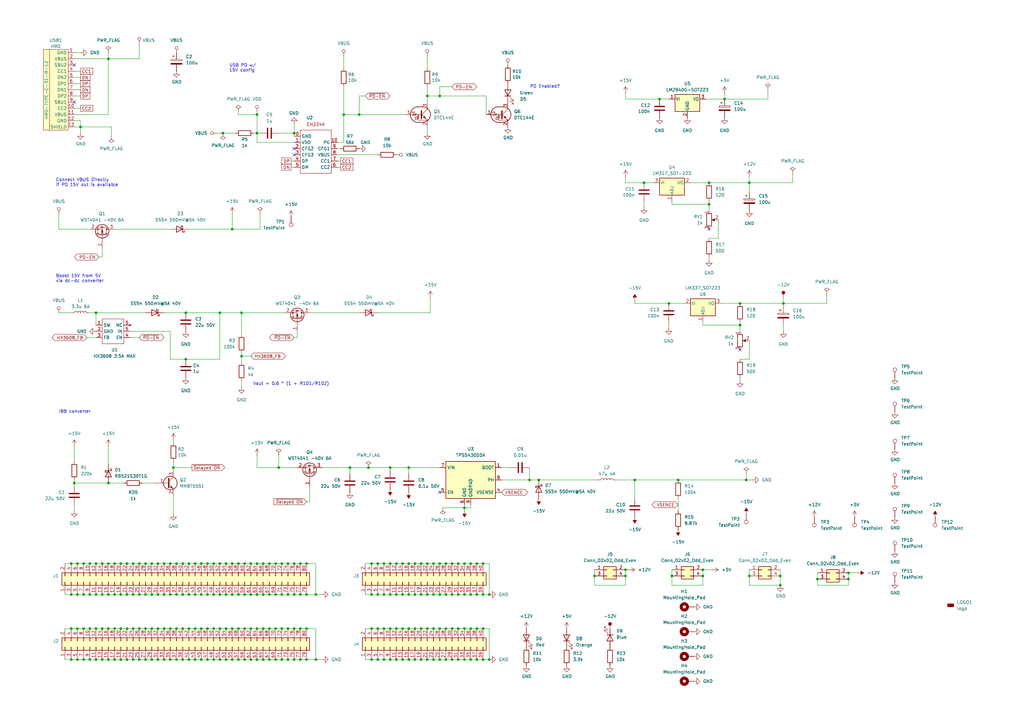
<source format=kicad_sch>
(kicad_sch (version 20231120) (generator "eeschema") (generator_version "8.0")
  (paper "A3")
  (title_block (title "AnalogBB Base san") (date "2024-09-19") (rev "202340919") (company "Kinoshita Laboratory"))
  (lib_symbols
    (symbol "Connector:TestPoint" (pin_numbers hide) (pin_names (offset 0.762) hide)
      (property "Reference" "TP" (at 0 6.858 0))
      (property "Value" "TestPoint" (at 0 5.08 0))
      (symbol "TestPoint_1_1"
        (pin passive line (at 0 0 90) (length 2.54) (name "1") (number "1"))
      )
    )
    (symbol "Connector_Generic:Conn_02x02_Odd_Even" (pin_names (offset 1.016) hide)
      (property "Reference" "J" (at 1.27 2.54 0))
      (property "Value" "Conn_02x02_Odd_Even" (at 1.27 -5.08 0))
      (symbol "Conn_02x02_Odd_Even_1_1"
        (pin passive line (at -5.08 0 0) (length 3.81) (name "Pin_1") (number "1"))
        (pin passive line (at 7.62 0 180) (length 3.81) (name "Pin_2") (number "2"))
        (pin passive line (at -5.08 -2.54 0) (length 3.81) (name "Pin_3") (number "3"))
        (pin passive line (at 7.62 -2.54 180) (length 3.81) (name "Pin_4") (number "4"))
      )
    )
    (symbol "Connector_Generic:Conn_02x20_Odd_Even" (pin_names (offset 1.016) hide)
      (property "Reference" "J" (at 1.27 25.4 0))
      (property "Value" "Conn_02x20_Odd_Even" (at 1.27 -27.94 0))
      (symbol "Conn_02x20_Odd_Even_1_1"
        (pin passive line (at -5.08 22.86 0) (length 3.81) (name "Pin_1") (number "1"))
        (pin passive line (at 7.62 12.7 180) (length 3.81) (name "Pin_10") (number "10"))
        (pin passive line (at -5.08 10.16 0) (length 3.81) (name "Pin_11") (number "11"))
        (pin passive line (at 7.62 10.16 180) (length 3.81) (name "Pin_12") (number "12"))
        (pin passive line (at -5.08 7.62 0) (length 3.81) (name "Pin_13") (number "13"))
        (pin passive line (at 7.62 7.62 180) (length 3.81) (name "Pin_14") (number "14"))
        (pin passive line (at -5.08 5.08 0) (length 3.81) (name "Pin_15") (number "15"))
        (pin passive line (at 7.62 5.08 180) (length 3.81) (name "Pin_16") (number "16"))
        (pin passive line (at -5.08 2.54 0) (length 3.81) (name "Pin_17") (number "17"))
        (pin passive line (at 7.62 2.54 180) (length 3.81) (name "Pin_18") (number "18"))
        (pin passive line (at -5.08 0 0) (length 3.81) (name "Pin_19") (number "19"))
        (pin passive line (at 7.62 22.86 180) (length 3.81) (name "Pin_2") (number "2"))
        (pin passive line (at 7.62 0 180) (length 3.81) (name "Pin_20") (number "20"))
        (pin passive line (at -5.08 -2.54 0) (length 3.81) (name "Pin_21") (number "21"))
        (pin passive line (at 7.62 -2.54 180) (length 3.81) (name "Pin_22") (number "22"))
        (pin passive line (at -5.08 -5.08 0) (length 3.81) (name "Pin_23") (number "23"))
        (pin passive line (at 7.62 -5.08 180) (length 3.81) (name "Pin_24") (number "24"))
        (pin passive line (at -5.08 -7.62 0) (length 3.81) (name "Pin_25") (number "25"))
        (pin passive line (at 7.62 -7.62 180) (length 3.81) (name "Pin_26") (number "26"))
        (pin passive line (at -5.08 -10.16 0) (length 3.81) (name "Pin_27") (number "27"))
        (pin passive line (at 7.62 -10.16 180) (length 3.81) (name "Pin_28") (number "28"))
        (pin passive line (at -5.08 -12.7 0) (length 3.81) (name "Pin_29") (number "29"))
        (pin passive line (at -5.08 20.32 0) (length 3.81) (name "Pin_3") (number "3"))
        (pin passive line (at 7.62 -12.7 180) (length 3.81) (name "Pin_30") (number "30"))
        (pin passive line (at -5.08 -15.24 0) (length 3.81) (name "Pin_31") (number "31"))
        (pin passive line (at 7.62 -15.24 180) (length 3.81) (name "Pin_32") (number "32"))
        (pin passive line (at -5.08 -17.78 0) (length 3.81) (name "Pin_33") (number "33"))
        (pin passive line (at 7.62 -17.78 180) (length 3.81) (name "Pin_34") (number "34"))
        (pin passive line (at -5.08 -20.32 0) (length 3.81) (name "Pin_35") (number "35"))
        (pin passive line (at 7.62 -20.32 180) (length 3.81) (name "Pin_36") (number "36"))
        (pin passive line (at -5.08 -22.86 0) (length 3.81) (name "Pin_37") (number "37"))
        (pin passive line (at 7.62 -22.86 180) (length 3.81) (name "Pin_38") (number "38"))
        (pin passive line (at -5.08 -25.4 0) (length 3.81) (name "Pin_39") (number "39"))
        (pin passive line (at 7.62 20.32 180) (length 3.81) (name "Pin_4") (number "4"))
        (pin passive line (at 7.62 -25.4 180) (length 3.81) (name "Pin_40") (number "40"))
        (pin passive line (at -5.08 17.78 0) (length 3.81) (name "Pin_5") (number "5"))
        (pin passive line (at 7.62 17.78 180) (length 3.81) (name "Pin_6") (number "6"))
        (pin passive line (at -5.08 15.24 0) (length 3.81) (name "Pin_7") (number "7"))
        (pin passive line (at 7.62 15.24 180) (length 3.81) (name "Pin_8") (number "8"))
        (pin passive line (at -5.08 12.7 0) (length 3.81) (name "Pin_9") (number "9"))
      )
    )
    (symbol "Connector_Generic:Conn_02x40_Odd_Even" (pin_names (offset 1.016) hide)
      (property "Reference" "J" (at 1.27 50.8 0))
      (property "Value" "Conn_02x40_Odd_Even" (at 1.27 -53.34 0))
      (symbol "Conn_02x40_Odd_Even_1_1"
        (pin passive line (at -5.08 48.26 0) (length 3.81) (name "Pin_1") (number "1"))
        (pin passive line (at 7.62 38.1 180) (length 3.81) (name "Pin_10") (number "10"))
        (pin passive line (at -5.08 35.56 0) (length 3.81) (name "Pin_11") (number "11"))
        (pin passive line (at 7.62 35.56 180) (length 3.81) (name "Pin_12") (number "12"))
        (pin passive line (at -5.08 33.02 0) (length 3.81) (name "Pin_13") (number "13"))
        (pin passive line (at 7.62 33.02 180) (length 3.81) (name "Pin_14") (number "14"))
        (pin passive line (at -5.08 30.48 0) (length 3.81) (name "Pin_15") (number "15"))
        (pin passive line (at 7.62 30.48 180) (length 3.81) (name "Pin_16") (number "16"))
        (pin passive line (at -5.08 27.94 0) (length 3.81) (name "Pin_17") (number "17"))
        (pin passive line (at 7.62 27.94 180) (length 3.81) (name "Pin_18") (number "18"))
        (pin passive line (at -5.08 25.4 0) (length 3.81) (name "Pin_19") (number "19"))
        (pin passive line (at 7.62 48.26 180) (length 3.81) (name "Pin_2") (number "2"))
        (pin passive line (at 7.62 25.4 180) (length 3.81) (name "Pin_20") (number "20"))
        (pin passive line (at -5.08 22.86 0) (length 3.81) (name "Pin_21") (number "21"))
        (pin passive line (at 7.62 22.86 180) (length 3.81) (name "Pin_22") (number "22"))
        (pin passive line (at -5.08 20.32 0) (length 3.81) (name "Pin_23") (number "23"))
        (pin passive line (at 7.62 20.32 180) (length 3.81) (name "Pin_24") (number "24"))
        (pin passive line (at -5.08 17.78 0) (length 3.81) (name "Pin_25") (number "25"))
        (pin passive line (at 7.62 17.78 180) (length 3.81) (name "Pin_26") (number "26"))
        (pin passive line (at -5.08 15.24 0) (length 3.81) (name "Pin_27") (number "27"))
        (pin passive line (at 7.62 15.24 180) (length 3.81) (name "Pin_28") (number "28"))
        (pin passive line (at -5.08 12.7 0) (length 3.81) (name "Pin_29") (number "29"))
        (pin passive line (at -5.08 45.72 0) (length 3.81) (name "Pin_3") (number "3"))
        (pin passive line (at 7.62 12.7 180) (length 3.81) (name "Pin_30") (number "30"))
        (pin passive line (at -5.08 10.16 0) (length 3.81) (name "Pin_31") (number "31"))
        (pin passive line (at 7.62 10.16 180) (length 3.81) (name "Pin_32") (number "32"))
        (pin passive line (at -5.08 7.62 0) (length 3.81) (name "Pin_33") (number "33"))
        (pin passive line (at 7.62 7.62 180) (length 3.81) (name "Pin_34") (number "34"))
        (pin passive line (at -5.08 5.08 0) (length 3.81) (name "Pin_35") (number "35"))
        (pin passive line (at 7.62 5.08 180) (length 3.81) (name "Pin_36") (number "36"))
        (pin passive line (at -5.08 2.54 0) (length 3.81) (name "Pin_37") (number "37"))
        (pin passive line (at 7.62 2.54 180) (length 3.81) (name "Pin_38") (number "38"))
        (pin passive line (at -5.08 0 0) (length 3.81) (name "Pin_39") (number "39"))
        (pin passive line (at 7.62 45.72 180) (length 3.81) (name "Pin_4") (number "4"))
        (pin passive line (at 7.62 0 180) (length 3.81) (name "Pin_40") (number "40"))
        (pin passive line (at -5.08 -2.54 0) (length 3.81) (name "Pin_41") (number "41"))
        (pin passive line (at 7.62 -2.54 180) (length 3.81) (name "Pin_42") (number "42"))
        (pin passive line (at -5.08 -5.08 0) (length 3.81) (name "Pin_43") (number "43"))
        (pin passive line (at 7.62 -5.08 180) (length 3.81) (name "Pin_44") (number "44"))
        (pin passive line (at -5.08 -7.62 0) (length 3.81) (name "Pin_45") (number "45"))
        (pin passive line (at 7.62 -7.62 180) (length 3.81) (name "Pin_46") (number "46"))
        (pin passive line (at -5.08 -10.16 0) (length 3.81) (name "Pin_47") (number "47"))
        (pin passive line (at 7.62 -10.16 180) (length 3.81) (name "Pin_48") (number "48"))
        (pin passive line (at -5.08 -12.7 0) (length 3.81) (name "Pin_49") (number "49"))
        (pin passive line (at -5.08 43.18 0) (length 3.81) (name "Pin_5") (number "5"))
        (pin passive line (at 7.62 -12.7 180) (length 3.81) (name "Pin_50") (number "50"))
        (pin passive line (at -5.08 -15.24 0) (length 3.81) (name "Pin_51") (number "51"))
        (pin passive line (at 7.62 -15.24 180) (length 3.81) (name "Pin_52") (number "52"))
        (pin passive line (at -5.08 -17.78 0) (length 3.81) (name "Pin_53") (number "53"))
        (pin passive line (at 7.62 -17.78 180) (length 3.81) (name "Pin_54") (number "54"))
        (pin passive line (at -5.08 -20.32 0) (length 3.81) (name "Pin_55") (number "55"))
        (pin passive line (at 7.62 -20.32 180) (length 3.81) (name "Pin_56") (number "56"))
        (pin passive line (at -5.08 -22.86 0) (length 3.81) (name "Pin_57") (number "57"))
        (pin passive line (at 7.62 -22.86 180) (length 3.81) (name "Pin_58") (number "58"))
        (pin passive line (at -5.08 -25.4 0) (length 3.81) (name "Pin_59") (number "59"))
        (pin passive line (at 7.62 43.18 180) (length 3.81) (name "Pin_6") (number "6"))
        (pin passive line (at 7.62 -25.4 180) (length 3.81) (name "Pin_60") (number "60"))
        (pin passive line (at -5.08 -27.94 0) (length 3.81) (name "Pin_61") (number "61"))
        (pin passive line (at 7.62 -27.94 180) (length 3.81) (name "Pin_62") (number "62"))
        (pin passive line (at -5.08 -30.48 0) (length 3.81) (name "Pin_63") (number "63"))
        (pin passive line (at 7.62 -30.48 180) (length 3.81) (name "Pin_64") (number "64"))
        (pin passive line (at -5.08 -33.02 0) (length 3.81) (name "Pin_65") (number "65"))
        (pin passive line (at 7.62 -33.02 180) (length 3.81) (name "Pin_66") (number "66"))
        (pin passive line (at -5.08 -35.56 0) (length 3.81) (name "Pin_67") (number "67"))
        (pin passive line (at 7.62 -35.56 180) (length 3.81) (name "Pin_68") (number "68"))
        (pin passive line (at -5.08 -38.1 0) (length 3.81) (name "Pin_69") (number "69"))
        (pin passive line (at -5.08 40.64 0) (length 3.81) (name "Pin_7") (number "7"))
        (pin passive line (at 7.62 -38.1 180) (length 3.81) (name "Pin_70") (number "70"))
        (pin passive line (at -5.08 -40.64 0) (length 3.81) (name "Pin_71") (number "71"))
        (pin passive line (at 7.62 -40.64 180) (length 3.81) (name "Pin_72") (number "72"))
        (pin passive line (at -5.08 -43.18 0) (length 3.81) (name "Pin_73") (number "73"))
        (pin passive line (at 7.62 -43.18 180) (length 3.81) (name "Pin_74") (number "74"))
        (pin passive line (at -5.08 -45.72 0) (length 3.81) (name "Pin_75") (number "75"))
        (pin passive line (at 7.62 -45.72 180) (length 3.81) (name "Pin_76") (number "76"))
        (pin passive line (at -5.08 -48.26 0) (length 3.81) (name "Pin_77") (number "77"))
        (pin passive line (at 7.62 -48.26 180) (length 3.81) (name "Pin_78") (number "78"))
        (pin passive line (at -5.08 -50.8 0) (length 3.81) (name "Pin_79") (number "79"))
        (pin passive line (at 7.62 40.64 180) (length 3.81) (name "Pin_8") (number "8"))
        (pin passive line (at 7.62 -50.8 180) (length 3.81) (name "Pin_80") (number "80"))
        (pin passive line (at -5.08 38.1 0) (length 3.81) (name "Pin_9") (number "9"))
      )
    )
    (symbol "Device:C" (pin_numbers hide) (pin_names (offset 0.254))
      (property "Reference" "C" (at 0.635 2.54 0))
      (property "Value" "C" (at 0.635 -2.54 0))
      (symbol "C_1_1"
        (pin passive line (at 0 3.81 270) (length 2.794) (name "~") (number "1"))
        (pin passive line (at 0 -3.81 90) (length 2.794) (name "~") (number "2"))
      )
    )
    (symbol "Device:C_Polarized" (pin_numbers hide) (pin_names (offset 0.254))
      (property "Reference" "C" (at 0.635 2.54 0))
      (property "Value" "C_Polarized" (at 0.635 -2.54 0))
      (symbol "C_Polarized_1_1"
        (pin passive line (at 0 3.81 270) (length 2.794) (name "~") (number "1"))
        (pin passive line (at 0 -3.81 90) (length 2.794) (name "~") (number "2"))
      )
    )
    (symbol "Device:D_Schottky" (pin_numbers hide) (pin_names (offset 1.016) hide)
      (property "Reference" "D" (at 0 2.54 0))
      (property "Value" "D_Schottky" (at 0 -2.54 0))
      (symbol "D_Schottky_1_1"
        (pin passive line (at -3.81 0 0) (length 2.54) (name "K") (number "1"))
        (pin passive line (at 3.81 0 180) (length 2.54) (name "A") (number "2"))
      )
    )
    (symbol "Device:L" (pin_numbers hide) (pin_names (offset 1.016) hide)
      (property "Reference" "L" (at -1.27 0 90))
      (property "Value" "L" (at 1.905 0 90))
      (symbol "L_1_1"
        (pin passive line (at 0 3.81 270) (length 1.27) (name "1") (number "1"))
        (pin passive line (at 0 -3.81 90) (length 1.27) (name "2") (number "2"))
      )
    )
    (symbol "Device:LED" (pin_numbers hide) (pin_names (offset 1.016) hide)
      (property "Reference" "D" (at 0 2.54 0))
      (property "Value" "LED" (at 0 -2.54 0))
      (symbol "LED_1_1"
        (pin passive line (at -3.81 0 0) (length 2.54) (name "K") (number "1"))
        (pin passive line (at 3.81 0 180) (length 2.54) (name "A") (number "2"))
      )
    )
    (symbol "Device:Q_NPN_BEC" (pin_names (offset 0) hide)
      (property "Reference" "Q" (at 5.08 1.27 0))
      (property "Value" "Q_NPN_BEC" (at 5.08 -1.27 0))
      (symbol "Q_NPN_BEC_1_1"
        (pin input line (at -5.08 0 0) (length 5.715) (name "B") (number "1"))
        (pin passive line (at 2.54 -5.08 90) (length 2.54) (name "E") (number "2"))
        (pin passive line (at 2.54 5.08 270) (length 2.54) (name "C") (number "3"))
      )
    )
    (symbol "Device:Q_PMOS_GSD" (pin_names (offset 0) hide)
      (property "Reference" "Q" (at 5.08 1.27 0))
      (property "Value" "Q_PMOS_GSD" (at 5.08 -1.27 0))
      (symbol "Q_PMOS_GSD_1_1"
        (pin input line (at -5.08 0 0) (length 2.54) (name "G") (number "1"))
        (pin passive line (at 2.54 -5.08 90) (length 2.54) (name "S") (number "2"))
        (pin passive line (at 2.54 5.08 270) (length 2.54) (name "D") (number "3"))
      )
    )
    (symbol "Device:R" (pin_numbers hide) (pin_names (offset 0))
      (property "Reference" "R" (at 2.032 0 90))
      (property "Value" "R" (at 0 0 90))
      (symbol "R_1_1"
        (pin passive line (at 0 3.81 270) (length 1.27) (name "~") (number "1"))
        (pin passive line (at 0 -3.81 90) (length 1.27) (name "~") (number "2"))
      )
    )
    (symbol "Device:R_Potentiometer" (pin_names (offset 1.016) hide)
      (property "Reference" "RV" (at -4.445 0 90))
      (property "Value" "R_Potentiometer" (at -2.54 0 90))
      (symbol "R_Potentiometer_1_1"
        (pin passive line (at 0 3.81 270) (length 1.27) (name "1") (number "1"))
        (pin passive line (at 3.81 0 180) (length 1.27) (name "2") (number "2"))
        (pin passive line (at 0 -3.81 90) (length 1.27) (name "3") (number "3"))
      )
    )
    (symbol "Mechanical:MountingHole_Pad" (pin_numbers hide) (pin_names (offset 1.016) hide) (exclude_from_sim yes) (in_bom no)
      (property "Reference" "H" (at 0 6.35 0))
      (property "Value" "MountingHole_Pad" (at 0 4.445 0))
      (symbol "MountingHole_Pad_1_1"
        (pin input line (at 0 -2.54 90) (length 2.54) (name "1") (number "1"))
      )
    )
    (symbol "PWR_FLAG_1" (power) (pin_numbers hide) (pin_names (offset 0) hide)
      (property "Value" "PWR_FLAG" (at 0 3.81 0))
      (symbol "PWR_FLAG_1_0_0"
        (pin power_out line (at 0 0 90) (length 0) (name "~") (number "1"))
      )
    )
    (symbol "Regulator_Linear:LM2936-5.0" (pin_names (offset 0.254))
      (property "Reference" "U" (at -3.81 3.175 0))
      (property "Value" "LM2936-5.0" (at 0 3.175 0))
      (symbol "LM2936-5.0_1_1"
        (pin power_in line (at -7.62 0 0) (length 2.54) (name "VI") (number "1"))
        (pin power_in line (at 0 -7.62 90) (length 2.54) (name "GND") (number "2"))
        (pin power_out line (at 7.62 0 180) (length 2.54) (name "VO") (number "3"))
      )
    )
    (symbol "Regulator_Linear:LM317_SOT-223" (pin_names (offset 0.254))
      (property "Reference" "U" (at -3.81 3.175 0))
      (property "Value" "LM317_SOT-223" (at 0 3.175 0))
      (symbol "LM317_SOT-223_1_1"
        (pin input line (at 0 -7.62 90) (length 2.54) (name "ADJ") (number "1"))
        (pin power_out line (at 7.62 0 180) (length 2.54) (name "VO") (number "2"))
        (pin power_in line (at -7.62 0 0) (length 2.54) (name "VI") (number "3"))
      )
    )
    (symbol "Regulator_Linear:LM337_SOT223" (pin_names (offset 0.254))
      (property "Reference" "U" (at -3.81 -3.175 0))
      (property "Value" "LM337_SOT223" (at 0 -3.175 0))
      (symbol "LM337_SOT223_1_1"
        (pin input line (at 0 7.62 270) (length 2.54) (name "ADJ") (number "1"))
        (pin power_in line (at -7.62 0 0) (length 2.54) (name "VI") (number "2"))
        (pin power_out line (at 7.62 0 180) (length 2.54) (name "VO") (number "3"))
      )
    )
    (symbol "Regulator_Switching:TPS5430DDA"
      (property "Reference" "U" (at -10.16 8.89 0))
      (property "Value" "TPS5430DDA" (at -1.27 8.89 0))
      (symbol "TPS5430DDA_1_1"
        (pin input line (at 12.7 5.08 180) (length 2.54) (name "BOOT") (number "1"))
        (pin no_connect line (at -10.16 2.54 0) (length 2.54) hide (name "NC") (number "2"))
        (pin no_connect line (at -10.16 -2.54 0) (length 2.54) hide (name "NC") (number "3"))
        (pin input line (at 12.7 -5.08 180) (length 2.54) (name "VSENSE") (number "4"))
        (pin input line (at -12.7 -5.08 0) (length 2.54) (name "EN") (number "5"))
        (pin power_in line (at -2.54 -10.16 90) (length 2.54) (name "GND") (number "6"))
        (pin power_in line (at -12.7 5.08 0) (length 2.54) (name "VIN") (number "7"))
        (pin output line (at 12.7 0 180) (length 2.54) (name "PH") (number "8"))
        (pin power_in line (at 0 -10.16 90) (length 2.54) (name "GNDPAD") (number "9"))
      )
    )
    (symbol "Revbox:HRO-TYPE-C-31-M12"
      (property "Reference" "USB1" (at -5.08 17.78 0))
      (property "Value" "~" (at -3.81 7.62 0))
      (symbol "HRO-TYPE-C-31-M12_1_0"
        (text "HRO-TYPE-C-31-M-12" (at -8.89 -1.27 900) (effects (font (size 1.27 1.27))))
      )
      (symbol "HRO-TYPE-C-31-M12_1_1"
        (pin power_in line (at 2.54 13.97 180) (length 2.54) (name "GND") (number "1"))
        (pin power_in line (at 2.54 -8.89 180) (length 2.54) (name "CC2") (number "10"))
        (pin power_in line (at 2.54 -11.43 180) (length 2.54) (name "VBUS") (number "11"))
        (pin power_in line (at 2.54 -13.97 180) (length 2.54) (name "GND") (number "12"))
        (pin power_in line (at 2.54 -16.51 180) (length 2.54) (name "SHIELD") (number "13"))
        (pin power_in line (at 2.54 11.43 180) (length 2.54) (name "VBUS") (number "2"))
        (pin power_in line (at 2.54 8.89 180) (length 2.54) (name "SBU2") (number "3"))
        (pin power_in line (at 2.54 6.35 180) (length 2.54) (name "CC1") (number "4"))
        (pin power_in line (at 2.54 3.81 180) (length 2.54) (name "DN2") (number "5"))
        (pin power_in line (at 2.54 1.27 180) (length 2.54) (name "DP1") (number "6"))
        (pin power_in line (at 2.54 -1.27 180) (length 2.54) (name "DN1") (number "7"))
        (pin power_in line (at 2.54 -3.81 180) (length 2.54) (name "DP2") (number "8"))
        (pin power_in line (at 2.54 -6.35 180) (length 2.54) (name "SBU1") (number "9"))
      )
    )
    (symbol "Transistor_BJT:DTC144E" (pin_names (offset 0) hide)
      (property "Reference" "Q" (at 5.08 1.905 0))
      (property "Value" "DTC144E" (at 5.08 0 0))
      (symbol "DTC144E_0_0"
        (text "47k" (at -3.302 0.889 0) (effects (font (size 0.508 0.508))))
        (text "47k" (at -2.159 -1.524 900) (effects (font (size 0.508 0.508))))
      )
      (symbol "DTC144E_1_1"
        (pin input line (at -6.35 0 0) (length 2.54) (name "B") (number "1"))
        (pin passive line (at 2.54 -5.08 90) (length 2.54) (name "E") (number "2"))
        (pin passive line (at 2.54 5.08 270) (length 2.54) (name "C") (number "3"))
      )
    )
    (symbol "mylib:CH224K_USB_PD_TRIGGGER"
      (property "Reference" "U" (at 0 9.906 0))
      (symbol "CH224K_USB_PD_TRIGGGER_1_1"
        (text "CH224K" (at 0 7.366 0) (effects (font (size 1.27 1.27))))
        (pin power_in line (at -8.89 2.54 0) (length 2.54) (name "GND") (number "0"))
        (pin power_in line (at -8.89 0 0) (length 2.54) (name "VDD") (number "1"))
        (pin bidirectional line (at 8.89 0 180) (length 2.54) (name "PG") (number "10"))
        (pin bidirectional line (at -8.89 -2.54 0) (length 2.54) (name "CFG2") (number "2"))
        (pin bidirectional line (at -8.89 -5.08 0) (length 2.54) (name "CFG3") (number "3"))
        (pin bidirectional line (at -8.89 -7.62 0) (length 2.54) (name "DP") (number "4"))
        (pin bidirectional line (at -8.89 -10.16 0) (length 2.54) (name "DM") (number "5"))
        (pin bidirectional line (at 8.89 -10.16 180) (length 2.54) (name "CC2") (number "6"))
        (pin bidirectional line (at 8.89 -7.62 180) (length 2.54) (name "CC1") (number "7"))
        (pin bidirectional line (at 8.89 -5.08 180) (length 2.54) (name "VBUS") (number "8"))
        (pin bidirectional line (at 8.89 -2.54 180) (length 2.54) (name "CFG1") (number "9"))
      )
    )
    (symbol "mylib:HX3608_DCDC_Boost"
      (property "Reference" "U?" (at -0.254 8.89 0))
      (property "Value" "HX3608" (at -0.254 5.588 0))
      (symbol "HX3608_DCDC_Boost_1_1"
        (pin passive line (at -7.62 1.27 0) (length 2.54) (name "SW") (number "1"))
        (pin passive line (at -7.62 -1.27 0) (length 2.54) (name "GND") (number "2"))
        (pin passive line (at -7.62 -3.81 0) (length 2.54) (name "FB") (number "3"))
        (pin passive line (at 6.35 -3.81 180) (length 2.54) (name "EN") (number "4"))
        (pin passive line (at 6.35 -1.27 180) (length 2.54) (name "IN") (number "5"))
        (pin no_connect line (at 6.35 1.27 180) (length 2.54) (name "NC") (number "5"))
      )
    )
    (symbol "mylib:V+" (power) (pin_names (offset 0))
      (property "Value" "V+" (at 0 3.81 0))
      (symbol "V+_1_1"
        (pin power_in line (at 0 0 90) (length 0) hide (name "VCC1") (number "1"))
      )
    )
    (symbol "mylib:V-" (power) (pin_names (offset 0))
      (property "Value" "V-" (at 0 3.81 0))
      (symbol "V-_1_1"
        (pin power_in line (at 0 0 90) (length 0) hide (name "VCC1") (number "1"))
      )
    )
    (symbol "mylib:logo" (pin_numbers hide) (pin_names (offset 0) hide)
      (property "Reference" "LOGO" (at 0 2.54 0))
      (property "Value" "logo" (at 0 1.27 0))
    )
    (symbol "power:+12V" (power) (pin_numbers hide) (pin_names (offset 0) hide)
      (property "Value" "+12V" (at 0 3.556 0))
      (symbol "+12V_1_1"
        (pin power_in line (at 0 0 90) (length 0) (name "~") (number "1"))
      )
    )
    (symbol "power:+15V" (power) (pin_numbers hide) (pin_names (offset 0) hide)
      (property "Value" "+15V" (at 0 3.556 0))
      (symbol "+15V_1_1"
        (pin power_in line (at 0 0 90) (length 0) (name "~") (number "1"))
      )
    )
    (symbol "power:+5V" (power) (pin_numbers hide) (pin_names (offset 0) hide)
      (property "Value" "+5V" (at 0 3.556 0))
      (symbol "+5V_1_1"
        (pin power_in line (at 0 0 90) (length 0) (name "~") (number "1"))
      )
    )
    (symbol "power:-12V" (power) (pin_numbers hide) (pin_names (offset 0) hide)
      (property "Value" "-12V" (at 0 3.556 0))
      (symbol "-12V_0_0"
        (pin power_in line (at 0 0 90) (length 0) (name "~") (number "1"))
      )
    )
    (symbol "power:-15V" (power) (pin_numbers hide) (pin_names (offset 0) hide)
      (property "Value" "-15V" (at 0 3.556 0))
      (symbol "-15V_0_0"
        (pin power_in line (at 0 0 90) (length 0) (name "~") (number "1"))
      )
    )
    (symbol "power:GND" (power) (pin_numbers hide) (pin_names (offset 0) hide)
      (property "Value" "GND" (at 0 -3.81 0))
      (symbol "GND_1_1"
        (pin power_in line (at 0 0 270) (length 0) (name "~") (number "1"))
      )
    )
    (symbol "power:PWR_FLAG" (power) (pin_numbers hide) (pin_names (offset 0) hide)
      (property "Value" "PWR_FLAG" (at 0 3.81 0))
      (symbol "PWR_FLAG_0_0"
        (pin power_out line (at 0 0 90) (length 0) (name "pwr") (number "1"))
      )
    )
  )
  (junction (at 64.77 243.84))
  (junction (at 54.61 257.81))
  (junction (at 30.48 198.12))
  (junction (at 160.02 231.14))
  (junction (at 62.23 257.81))
  (junction (at 44.45 257.81))
  (junction (at 335.28 237.49))
  (junction (at 31.75 257.81))
  (junction (at 44.45 243.84))
  (junction (at 102.87 270.51))
  (junction (at 157.48 243.84))
  (junction (at 57.15 231.14))
  (junction (at 290.83 83.82))
  (junction (at 177.8 243.84))
  (junction (at 59.69 243.84))
  (junction (at 44.45 198.12))
  (junction (at 170.18 243.84))
  (junction (at 320.04 240.03))
  (junction (at 182.88 270.51))
  (junction (at 278.13 196.85))
  (junction (at 76.2 147.32))
  (junction (at 165.1 257.81))
  (junction (at 160.02 270.51))
  (junction (at 54.61 243.84))
  (junction (at 177.8 231.14))
  (junction (at 125.73 243.84))
  (junction (at 347.98 237.49))
  (junction (at 152.4 257.81))
  (junction (at 64.77 270.51))
  (junction (at 198.12 231.14))
  (junction (at 80.01 257.81))
  (junction (at 288.29 233.68))
  (junction (at 198.12 243.84))
  (junction (at 193.04 231.14))
  (junction (at 39.37 270.51))
  (junction (at 170.18 270.51))
  (junction (at 297.18 40.64))
  (junction (at 33.02 52.07))
  (junction (at 87.63 257.81))
  (junction (at 80.01 243.84))
  (junction (at 303.53 124.46))
  (junction (at 154.94 231.14))
  (junction (at 97.79 243.84))
  (junction (at 90.17 128.27))
  (junction (at 49.53 257.81))
  (junction (at 107.95 243.84))
  (junction (at 182.88 257.81))
  (junction (at 157.48 257.81))
  (junction (at 82.55 270.51))
  (junction (at 160.02 191.77))
  (junction (at 95.25 270.51))
  (junction (at 41.91 243.84))
  (junction (at 175.26 39.37))
  (junction (at 44.45 231.14))
  (junction (at 49.53 270.51))
  (junction (at 102.87 231.14))
  (junction (at 87.63 243.84))
  (junction (at 77.47 231.14))
  (junction (at 31.75 270.51))
  (junction (at 162.56 231.14))
  (junction (at 113.03 257.81))
  (junction (at 187.96 231.14))
  (junction (at 167.64 257.81))
  (junction (at 92.71 257.81))
  (junction (at 85.09 270.51))
  (junction (at 115.57 257.81))
  (junction (at 90.17 257.81))
  (junction (at 182.88 231.14))
  (junction (at 120.65 54.61))
  (junction (at 307.34 236.22))
  (junction (at 52.07 231.14))
  (junction (at 172.72 257.81))
  (junction (at 100.33 257.81))
  (junction (at 59.69 231.14))
  (junction (at 80.01 270.51))
  (junction (at 195.58 270.51))
  (junction (at 39.37 257.81))
  (junction (at 87.63 270.51))
  (junction (at 39.37 231.14))
  (junction (at 90.17 243.84))
  (junction (at 95.25 243.84))
  (junction (at 59.69 257.81))
  (junction (at 39.37 243.84))
  (junction (at 92.71 270.51))
  (junction (at 187.96 270.51))
  (junction (at 100.33 243.84))
  (junction (at 180.34 243.84))
  (junction (at 118.11 270.51))
  (junction (at 77.47 270.51))
  (junction (at 129.54 270.51))
  (junction (at 167.64 243.84))
  (junction (at 36.83 257.81))
  (junction (at 29.21 231.14))
  (junction (at 74.93 243.84))
  (junction (at 97.79 270.51))
  (junction (at 46.99 270.51))
  (junction (at 85.09 231.14))
  (junction (at 175.26 257.81))
  (junction (at 177.8 257.81))
  (junction (at 85.09 243.84))
  (junction (at 105.41 231.14))
  (junction (at 46.99 243.84))
  (junction (at 123.19 270.51))
  (junction (at 118.11 243.84))
  (junction (at 113.03 270.51))
  (junction (at 115.57 243.84))
  (junction (at 123.19 243.84))
  (junction (at 46.99 231.14))
  (junction (at 36.83 231.14))
  (junction (at 177.8 270.51))
  (junction (at 172.72 231.14))
  (junction (at 170.18 231.14))
  (junction (at 34.29 257.81))
  (junction (at 74.93 270.51))
  (junction (at 290.83 74.93))
  (junction (at 36.83 243.84))
  (junction (at 44.45 24.13))
  (junction (at 77.47 243.84))
  (junction (at 182.88 243.84))
  (junction (at 92.71 231.14))
  (junction (at 125.73 270.51))
  (junction (at 62.23 243.84))
  (junction (at 92.71 243.84))
  (junction (at 143.51 191.77))
  (junction (at 74.93 231.14))
  (junction (at 90.17 231.14))
  (junction (at 200.66 243.84))
  (junction (at 180.34 270.51))
  (junction (at 36.83 270.51))
  (junction (at 190.5 257.81))
  (junction (at 162.56 243.84))
  (junction (at 162.56 270.51))
  (junction (at 152.4 243.84))
  (junction (at 52.07 270.51))
  (junction (at 100.33 270.51))
  (junction (at 102.87 243.84))
  (junction (at 44.45 270.51))
  (junction (at 151.13 191.77))
  (junction (at 52.07 257.81))
  (junction (at 90.17 270.51))
  (junction (at 347.98 234.95))
  (junction (at 57.15 270.51))
  (junction (at 162.56 257.81))
  (junction (at 147.32 46.99))
  (junction (at 67.31 270.51))
  (junction (at 52.07 243.84))
  (junction (at 57.15 257.81))
  (junction (at 120.65 243.84))
  (junction (at 59.69 270.51))
  (junction (at 105.41 243.84))
  (junction (at 95.25 257.81))
  (junction (at 74.93 257.81))
  (junction (at 49.53 243.84))
  (junction (at 54.61 231.14))
  (junction (at 195.58 231.14))
  (junction (at 190.5 231.14))
  (junction (at 72.39 243.84))
  (junction (at 31.75 243.84))
  (junction (at 62.23 270.51))
  (junction (at 288.29 236.22))
  (junction (at 193.04 270.51))
  (junction (at 198.12 257.81))
  (junction (at 82.55 243.84))
  (junction (at 270.51 40.64))
  (junction (at 82.55 231.14))
  (junction (at 190.5 270.51))
  (junction (at 123.19 257.81))
  (junction (at 76.2 128.27))
  (junction (at 64.77 257.81))
  (junction (at 157.48 270.51))
  (junction (at 165.1 270.51))
  (junction (at 264.16 74.93))
  (junction (at 167.64 270.51))
  (junction (at 110.49 270.51))
  (junction (at 129.54 243.84))
  (junction (at 69.85 257.81))
  (junction (at 160.02 243.84))
  (junction (at 41.91 257.81))
  (junction (at 195.58 257.81))
  (junction (at 165.1 243.84))
  (junction (at 185.42 231.14))
  (junction (at 140.97 46.99))
  (junction (at 152.4 270.51))
  (junction (at 41.91 231.14))
  (junction (at 220.98 196.85))
  (junction (at 87.63 231.14))
  (junction (at 29.21 243.84))
  (junction (at 105.41 54.61))
  (junction (at 72.39 257.81))
  (junction (at 320.04 236.22))
  (junction (at 95.25 231.14))
  (junction (at 67.31 257.81))
  (junction (at 120.65 257.81))
  (junction (at 67.31 243.84))
  (junction (at 115.57 231.14))
  (junction (at 120.65 231.14))
  (junction (at 321.31 124.46))
  (junction (at 54.61 270.51))
  (junction (at 39.37 128.27))
  (junction (at 172.72 270.51))
  (junction (at 105.41 270.51))
  (junction (at 107.95 231.14))
  (junction (at 95.25 93.98))
  (junction (at 115.57 270.51))
  (junction (at 118.11 231.14))
  (junction (at 243.84 236.22))
  (junction (at 275.59 236.22))
  (junction (at 154.94 257.81))
  (junction (at 217.17 196.85))
  (junction (at 99.06 146.05))
  (junction (at 307.34 74.93))
  (junction (at 120.65 270.51))
  (junction (at 154.94 270.51))
  (junction (at 175.26 243.84))
  (junction (at 85.09 257.81))
  (junction (at 185.42 243.84))
  (junction (at 102.87 257.81))
  (junction (at 57.15 243.84))
  (junction (at 198.12 270.51))
  (junction (at 69.85 243.84))
  (junction (at 34.29 231.14))
  (junction (at 154.94 243.84))
  (junction (at 200.66 270.51))
  (junction (at 105.41 257.81))
  (junction (at 256.54 233.68))
  (junction (at 71.12 191.77))
  (junction (at 46.99 257.81))
  (junction (at 256.54 236.22))
  (junction (at 107.95 270.51))
  (junction (at 172.72 243.84))
  (junction (at 107.95 257.81))
  (junction (at 113.03 231.14))
  (junction (at 41.91 270.51))
  (junction (at 165.1 231.14))
  (junction (at 113.03 243.84))
  (junction (at 82.55 257.81))
  (junction (at 64.77 231.14))
  (junction (at 49.53 231.14))
  (junction (at 185.42 270.51))
  (junction (at 91.44 54.61))
  (junction (at 105.41 46.99))
  (junction (at 167.64 231.14))
  (junction (at 152.4 231.14))
  (junction (at 72.39 270.51))
  (junction (at 187.96 243.84))
  (junction (at 160.02 257.81))
  (junction (at 123.19 231.14))
  (junction (at 303.53 133.35))
  (junction (at 69.85 231.14))
  (junction (at 29.21 270.51))
  (junction (at 110.49 257.81))
  (junction (at 31.75 231.14))
  (junction (at 175.26 231.14))
  (junction (at 190.5 208.28))
  (junction (at 125.73 231.14))
  (junction (at 306.07 196.85))
  (junction (at 193.04 243.84))
  (junction (at 29.21 257.81))
  (junction (at 34.29 270.51))
  (junction (at 80.01 231.14))
  (junction (at 67.31 231.14))
  (junction (at 110.49 243.84))
  (junction (at 193.04 257.81))
  (junction (at 180.34 39.37))
  (junction (at 167.64 191.77))
  (junction (at 34.29 243.84))
  (junction (at 175.26 270.51))
  (junction (at 187.96 257.81))
  (junction (at 100.33 231.14))
  (junction (at 190.5 243.84))
  (junction (at 274.32 124.46))
  (junction (at 195.58 243.84))
  (junction (at 97.79 257.81))
  (junction (at 110.49 231.14))
  (junction (at 180.34 231.14))
  (junction (at 180.34 257.81))
  (junction (at 170.18 257.81))
  (junction (at 125.73 257.81))
  (junction (at 157.48 231.14))
  (junction (at 72.39 231.14))
  (junction (at 260.35 196.85))
  (junction (at 62.23 231.14))
  (junction (at 69.85 270.51))
  (junction (at 185.42 257.81))
  (junction (at 77.47 257.81))
  (junction (at 97.79 231.14))
  (junction (at 118.11 257.81))
  (junction (at 114.3 191.77))
  (junction (at 99.06 128.27))
  (no_connect (at 290.83 93.98))
  (no_connect (at 120.65 60.96))
  (no_connect (at 303.53 143.51))
  (no_connect (at 180.34 201.93))
  (no_connect (at 30.48 41.91))
  (no_connect (at 30.48 26.67))
  (no_connect (at 120.65 63.5))
  (wire (pts (xy 243.84 236.22) (xy 243.84 240.03)))
  (wire (pts (xy 95.25 243.84) (xy 97.79 243.84)))
  (wire (pts (xy 114.3 186.69) (xy 114.3 191.77)))
  (wire (pts (xy 160.02 257.81) (xy 162.56 257.81)))
  (wire (pts (xy 175.26 39.37) (xy 175.26 41.91)))
  (wire (pts (xy 321.31 133.35) (xy 321.31 135.89)))
  (wire (pts (xy 205.74 191.77) (xy 209.55 191.77)))
  (wire (pts (xy 52.07 257.81) (xy 54.61 257.81)))
  (wire (pts (xy 49.53 270.51) (xy 52.07 270.51)))
  (wire (pts (xy 123.19 257.81) (xy 125.73 257.81)))
  (wire (pts (xy 152.4 270.51) (xy 154.94 270.51)))
  (wire (pts (xy 30.48 39.37) (xy 33.02 39.37)))
  (wire (pts (xy 67.31 231.14) (xy 69.85 231.14)))
  (wire (pts (xy 77.47 257.81) (xy 80.01 257.81)))
  (wire (pts (xy 149.86 231.14) (xy 152.4 231.14)))
  (wire (pts (xy 87.63 257.81) (xy 90.17 257.81)))
  (wire (pts (xy 288.29 233.68) (xy 292.1 233.68)))
  (wire (pts (xy 26.67 231.14) (xy 29.21 231.14)))
  (wire (pts (xy 59.69 257.81) (xy 62.23 257.81)))
  (wire (pts (xy 182.88 231.14) (xy 185.42 231.14)))
  (wire (pts (xy 125.73 257.81) (xy 129.54 257.81)))
  (wire (pts (xy 175.26 231.14) (xy 177.8 231.14)))
  (wire (pts (xy 118.11 231.14) (xy 120.65 231.14)))
  (wire (pts (xy 138.43 66.04) (xy 139.7 66.04)))
  (wire (pts (xy 162.56 257.81) (xy 165.1 257.81)))
  (wire (pts (xy 143.51 191.77) (xy 151.13 191.77)))
  (wire (pts (xy 162.56 231.14) (xy 165.1 231.14)))
  (wire (pts (xy 270.51 40.64) (xy 274.32 40.64)))
  (wire (pts (xy 99.06 146.05) (xy 102.87 146.05)))
  (wire (pts (xy 200.66 231.14) (xy 198.12 231.14)))
  (wire (pts (xy 44.45 231.14) (xy 46.99 231.14)))
  (wire (pts (xy 100.33 270.51) (xy 102.87 270.51)))
  (wire (pts (xy 127 128.27) (xy 147.32 128.27)))
  (wire (pts (xy 307.34 147.32) (xy 307.34 139.7)))
  (wire (pts (xy 154.94 270.51) (xy 157.48 270.51)))
  (wire (pts (xy 172.72 257.81) (xy 175.26 257.81)))
  (wire (pts (xy 167.64 270.51) (xy 170.18 270.51)))
  (wire (pts (xy 147.32 46.99) (xy 166.37 46.99)))
  (wire (pts (xy 129.54 257.81) (xy 129.54 270.51)))
  (wire (pts (xy 46.99 93.98) (xy 69.85 93.98)))
  (wire (pts (xy 294.64 97.79) (xy 294.64 90.17)))
  (wire (pts (xy 181.61 208.28) (xy 190.5 208.28)))
  (wire (pts (xy 99.06 146.05) (xy 99.06 148.59)))
  (wire (pts (xy 180.34 257.81) (xy 182.88 257.81)))
  (wire (pts (xy 71.12 180.34) (xy 71.12 181.61)))
  (wire (pts (xy 288.29 233.68) (xy 288.29 236.22)))
  (wire (pts (xy 190.5 231.14) (xy 193.04 231.14)))
  (wire (pts (xy 72.39 270.51) (xy 74.93 270.51)))
  (wire (pts (xy 87.63 270.51) (xy 90.17 270.51)))
  (wire (pts (xy 157.48 257.81) (xy 160.02 257.81)))
  (wire (pts (xy 110.49 243.84) (xy 113.03 243.84)))
  (wire (pts (xy 69.85 270.51) (xy 72.39 270.51)))
  (wire (pts (xy 217.17 196.85) (xy 217.17 191.77)))
  (wire (pts (xy 76.2 147.32) (xy 90.17 147.32)))
  (wire (pts (xy 260.35 123.19) (xy 260.35 124.46)))
  (wire (pts (xy 129.54 231.14) (xy 129.54 243.84)))
  (wire (pts (xy 105.41 243.84) (xy 107.95 243.84)))
  (wire (pts (xy 260.35 124.46) (xy 274.32 124.46)))
  (wire (pts (xy 303.53 132.08) (xy 303.53 133.35)))
  (wire (pts (xy 52.07 231.14) (xy 54.61 231.14)))
  (wire (pts (xy 80.01 257.81) (xy 82.55 257.81)))
  (wire (pts (xy 121.92 135.89) (xy 121.92 138.43)))
  (wire (pts (xy 175.26 39.37) (xy 180.34 39.37)))
  (wire (pts (xy 30.48 196.85) (xy 30.48 198.12)))
  (wire (pts (xy 307.34 74.93) (xy 307.34 78.74)))
  (wire (pts (xy 121.92 138.43) (xy 120.65 138.43)))
  (wire (pts (xy 303.53 147.32) (xy 307.34 147.32)))
  (wire (pts (xy 347.98 234.95) (xy 347.98 237.49)))
  (wire (pts (xy 162.56 243.84) (xy 165.1 243.84)))
  (wire (pts (xy 195.58 257.81) (xy 198.12 257.81)))
  (wire (pts (xy 39.37 128.27) (xy 59.69 128.27)))
  (wire (pts (xy 97.79 46.99) (xy 105.41 46.99)))
  (wire (pts (xy 29.21 270.51) (xy 31.75 270.51)))
  (wire (pts (xy 120.65 270.51) (xy 123.19 270.51)))
  (wire (pts (xy 57.15 17.78) (xy 57.15 24.13)))
  (wire (pts (xy 77.47 231.14) (xy 80.01 231.14)))
  (wire (pts (xy 162.56 270.51) (xy 165.1 270.51)))
  (wire (pts (xy 95.25 270.51) (xy 97.79 270.51)))
  (wire (pts (xy 256.54 236.22) (xy 256.54 240.03)))
  (wire (pts (xy 80.01 231.14) (xy 82.55 231.14)))
  (wire (pts (xy 147.32 39.37) (xy 147.32 46.99)))
  (wire (pts (xy 140.97 46.99) (xy 140.97 58.42)))
  (wire (pts (xy 198.12 257.81) (xy 200.66 257.81)))
  (wire (pts (xy 36.83 257.81) (xy 39.37 257.81)))
  (wire (pts (xy 105.41 46.99) (xy 105.41 54.61)))
  (wire (pts (xy 339.09 124.46) (xy 321.31 124.46)))
  (wire (pts (xy 256.54 72.39) (xy 256.54 74.93)))
  (wire (pts (xy 125.73 231.14) (xy 129.54 231.14)))
  (wire (pts (xy 102.87 257.81) (xy 105.41 257.81)))
  (wire (pts (xy 120.65 50.8) (xy 120.65 54.61)))
  (wire (pts (xy 52.07 270.51) (xy 54.61 270.51)))
  (wire (pts (xy 85.09 231.14) (xy 87.63 231.14)))
  (wire (pts (xy 59.69 243.84) (xy 62.23 243.84)))
  (wire (pts (xy 165.1 257.81) (xy 167.64 257.81)))
  (wire (pts (xy 149.86 39.37) (xy 147.32 39.37)))
  (wire (pts (xy 115.57 243.84) (xy 118.11 243.84)))
  (wire (pts (xy 29.21 243.84) (xy 31.75 243.84)))
  (wire (pts (xy 69.85 243.84) (xy 72.39 243.84)))
  (wire (pts (xy 85.09 270.51) (xy 87.63 270.51)))
  (wire (pts (xy 34.29 270.51) (xy 36.83 270.51)))
  (wire (pts (xy 106.68 93.98) (xy 95.25 93.98)))
  (wire (pts (xy 46.99 243.84) (xy 49.53 243.84)))
  (wire (pts (xy 140.97 22.86) (xy 140.97 27.94)))
  (wire (pts (xy 69.85 231.14) (xy 72.39 231.14)))
  (wire (pts (xy 71.12 203.2) (xy 71.12 210.82)))
  (wire (pts (xy 45.72 52.07) (xy 45.72 55.88)))
  (wire (pts (xy 113.03 243.84) (xy 115.57 243.84)))
  (wire (pts (xy 200.66 243.84) (xy 200.66 231.14)))
  (wire (pts (xy 107.95 270.51) (xy 110.49 270.51)))
  (wire (pts (xy 193.04 257.81) (xy 195.58 257.81)))
  (wire (pts (xy 72.39 257.81) (xy 74.93 257.81)))
  (wire (pts (xy 82.55 243.84) (xy 85.09 243.84)))
  (wire (pts (xy 30.48 29.21) (xy 33.02 29.21)))
  (wire (pts (xy 82.55 231.14) (xy 85.09 231.14)))
  (wire (pts (xy 154.94 128.27) (xy 176.53 128.27)))
  (wire (pts (xy 44.45 21.59) (xy 44.45 24.13)))
  (wire (pts (xy 97.79 257.81) (xy 100.33 257.81)))
  (wire (pts (xy 34.29 231.14) (xy 36.83 231.14)))
  (wire (pts (xy 24.13 87.63) (xy 24.13 93.98)))
  (wire (pts (xy 64.77 257.81) (xy 67.31 257.81)))
  (wire (pts (xy 195.58 243.84) (xy 198.12 243.84)))
  (wire (pts (xy 320.04 233.68) (xy 320.04 236.22)))
  (wire (pts (xy 154.94 257.81) (xy 157.48 257.81)))
  (wire (pts (xy 289.56 40.64) (xy 297.18 40.64)))
  (wire (pts (xy 77.47 270.51) (xy 80.01 270.51)))
  (wire (pts (xy 30.48 46.99) (xy 44.45 46.99)))
  (wire (pts (xy 44.45 270.51) (xy 46.99 270.51)))
  (wire (pts (xy 290.83 74.93) (xy 307.34 74.93)))
  (wire (pts (xy 275.59 83.82) (xy 290.83 83.82)))
  (wire (pts (xy 44.45 182.88) (xy 44.45 190.5)))
  (wire (pts (xy 180.34 243.84) (xy 182.88 243.84)))
  (wire (pts (xy 52.07 243.84) (xy 54.61 243.84)))
  (wire (pts (xy 193.04 270.51) (xy 195.58 270.51)))
  (wire (pts (xy 30.48 52.07) (xy 33.02 52.07)))
  (wire (pts (xy 26.67 257.81) (xy 29.21 257.81)))
  (wire (pts (xy 120.65 243.84) (xy 123.19 243.84)))
  (wire (pts (xy 167.64 191.77) (xy 180.34 191.77)))
  (wire (pts (xy 175.26 257.81) (xy 177.8 257.81)))
  (wire (pts (xy 160.02 191.77) (xy 160.02 193.04)))
  (wire (pts (xy 44.45 46.99) (xy 44.45 24.13)))
  (wire (pts (xy 278.13 204.47) (xy 278.13 209.55)))
  (wire (pts (xy 74.93 243.84) (xy 77.47 243.84)))
  (wire (pts (xy 30.48 31.75) (xy 33.02 31.75)))
  (wire (pts (xy 30.48 207.01) (xy 30.48 209.55)))
  (wire (pts (xy 97.79 243.84) (xy 100.33 243.84)))
  (wire (pts (xy 175.26 270.51) (xy 177.8 270.51)))
  (wire (pts (xy 104.14 54.61) (xy 105.41 54.61)))
  (wire (pts (xy 71.12 191.77) (xy 78.74 191.77)))
  (wire (pts (xy 90.17 243.84) (xy 92.71 243.84)))
  (wire (pts (xy 44.45 257.81) (xy 46.99 257.81)))
  (wire (pts (xy 275.59 240.03) (xy 288.29 240.03)))
  (wire (pts (xy 76.2 147.32) (xy 69.85 147.32)))
  (wire (pts (xy 64.77 243.84) (xy 67.31 243.84)))
  (wire (pts (xy 115.57 257.81) (xy 118.11 257.81)))
  (wire (pts (xy 72.39 243.84) (xy 74.93 243.84)))
  (wire (pts (xy 59.69 231.14) (xy 62.23 231.14)))
  (wire (pts (xy 143.51 194.31) (xy 143.51 191.77)))
  (wire (pts (xy 105.41 186.69) (xy 105.41 191.77)))
  (wire (pts (xy 149.86 243.84) (xy 152.4 243.84)))
  (wire (pts (xy 314.96 40.64) (xy 297.18 40.64)))
  (wire (pts (xy 59.69 270.51) (xy 62.23 270.51)))
  (wire (pts (xy 87.63 243.84) (xy 90.17 243.84)))
  (wire (pts (xy 62.23 257.81) (xy 64.77 257.81)))
  (wire (pts (xy 160.02 243.84) (xy 162.56 243.84)))
  (wire (pts (xy 165.1 243.84) (xy 167.64 243.84)))
  (wire (pts (xy 314.96 36.83) (xy 314.96 40.64)))
  (wire (pts (xy 53.34 138.43) (xy 57.15 138.43)))
  (wire (pts (xy 39.37 270.51) (xy 41.91 270.51)))
  (wire (pts (xy 71.12 191.77) (xy 71.12 193.04)))
  (wire (pts (xy 129.54 243.84) (xy 132.08 243.84)))
  (wire (pts (xy 54.61 270.51) (xy 57.15 270.51)))
  (wire (pts (xy 140.97 58.42) (xy 138.43 58.42)))
  (wire (pts (xy 275.59 236.22) (xy 275.59 240.03)))
  (wire (pts (xy 87.63 231.14) (xy 90.17 231.14)))
  (wire (pts (xy 113.03 231.14) (xy 115.57 231.14)))
  (wire (pts (xy 127 199.39) (xy 127 205.74)))
  (wire (pts (xy 92.71 257.81) (xy 95.25 257.81)))
  (wire (pts (xy 177.8 243.84) (xy 180.34 243.84)))
  (wire (pts (xy 283.21 74.93) (xy 290.83 74.93)))
  (wire (pts (xy 82.55 270.51) (xy 85.09 270.51)))
  (wire (pts (xy 274.32 124.46) (xy 280.67 124.46)))
  (wire (pts (xy 100.33 257.81) (xy 102.87 257.81)))
  (wire (pts (xy 193.04 207.01) (xy 193.04 208.28)))
  (wire (pts (xy 335.28 240.03) (xy 347.98 240.03)))
  (wire (pts (xy 152.4 243.84) (xy 154.94 243.84)))
  (wire (pts (xy 90.17 270.51) (xy 92.71 270.51)))
  (wire (pts (xy 41.91 257.81) (xy 44.45 257.81)))
  (wire (pts (xy 256.54 74.93) (xy 264.16 74.93)))
  (wire (pts (xy 90.17 147.32) (xy 90.17 128.27)))
  (wire (pts (xy 193.04 208.28) (xy 190.5 208.28)))
  (wire (pts (xy 160.02 270.51) (xy 162.56 270.51)))
  (wire (pts (xy 118.11 270.51) (xy 120.65 270.51)))
  (wire (pts (xy 107.95 231.14) (xy 110.49 231.14)))
  (wire (pts (xy 46.99 257.81) (xy 49.53 257.81)))
  (wire (pts (xy 288.29 236.22) (xy 288.29 240.03)))
  (wire (pts (xy 39.37 257.81) (xy 41.91 257.81)))
  (wire (pts (xy 217.17 196.85) (xy 220.98 196.85)))
  (wire (pts (xy 44.45 243.84) (xy 46.99 243.84)))
  (wire (pts (xy 31.75 231.14) (xy 34.29 231.14)))
  (wire (pts (xy 275.59 233.68) (xy 275.59 236.22)))
  (wire (pts (xy 335.28 237.49) (xy 335.28 240.03)))
  (wire (pts (xy 69.85 147.32) (xy 69.85 135.89)))
  (wire (pts (xy 57.15 231.14) (xy 59.69 231.14)))
  (wire (pts (xy 110.49 270.51) (xy 113.03 270.51)))
  (wire (pts (xy 154.94 243.84) (xy 157.48 243.84)))
  (wire (pts (xy 30.48 198.12) (xy 44.45 198.12)))
  (wire (pts (xy 167.64 257.81) (xy 170.18 257.81)))
  (wire (pts (xy 36.83 231.14) (xy 39.37 231.14)))
  (wire (pts (xy 132.08 191.77) (xy 143.51 191.77)))
  (wire (pts (xy 180.34 231.14) (xy 182.88 231.14)))
  (wire (pts (xy 243.84 240.03) (xy 256.54 240.03)))
  (wire (pts (xy 140.97 46.99) (xy 147.32 46.99)))
  (wire (pts (xy 113.03 270.51) (xy 115.57 270.51)))
  (wire (pts (xy 172.72 243.84) (xy 175.26 243.84)))
  (wire (pts (xy 62.23 243.84) (xy 64.77 243.84)))
  (wire (pts (xy 24.13 93.98) (xy 36.83 93.98)))
  (wire (pts (xy 99.06 128.27) (xy 116.84 128.27)))
  (wire (pts (xy 175.26 22.86) (xy 175.26 27.94)))
  (wire (pts (xy 71.12 189.23) (xy 71.12 191.77)))
  (wire (pts (xy 74.93 270.51) (xy 77.47 270.51)))
  (wire (pts (xy 41.91 101.6) (xy 41.91 105.41)))
  (wire (pts (xy 185.42 35.56) (xy 180.34 35.56)))
  (wire (pts (xy 105.41 45.72) (xy 105.41 46.99)))
  (wire (pts (xy 138.43 60.96) (xy 139.7 60.96)))
  (wire (pts (xy 306.07 196.85) (xy 308.61 196.85)))
  (wire (pts (xy 99.06 128.27) (xy 99.06 137.16)))
  (wire (pts (xy 260.35 196.85) (xy 260.35 204.47)))
  (wire (pts (xy 49.53 243.84) (xy 52.07 243.84)))
  (wire (pts (xy 33.02 52.07) (xy 45.72 52.07)))
  (wire (pts (xy 49.53 257.81) (xy 52.07 257.81)))
  (wire (pts (xy 290.83 82.55) (xy 290.83 83.82)))
  (wire (pts (xy 58.42 198.12) (xy 63.5 198.12)))
  (wire (pts (xy 288.29 133.35) (xy 303.53 133.35)))
  (wire (pts (xy 54.61 257.81) (xy 57.15 257.81)))
  (wire (pts (xy 44.45 198.12) (xy 50.8 198.12)))
  (wire (pts (xy 97.79 45.72) (xy 97.79 46.99)))
  (wire (pts (xy 278.13 196.85) (xy 306.07 196.85)))
  (wire (pts (xy 185.42 270.51) (xy 187.96 270.51)))
  (wire (pts (xy 149.86 270.51) (xy 152.4 270.51)))
  (wire (pts (xy 347.98 237.49) (xy 347.98 240.03)))
  (wire (pts (xy 110.49 257.81) (xy 113.03 257.81)))
  (wire (pts (xy 64.77 270.51) (xy 67.31 270.51)))
  (wire (pts (xy 105.41 54.61) (xy 106.68 54.61)))
  (wire (pts (xy 307.34 72.39) (xy 307.34 74.93)))
  (wire (pts (xy 30.48 198.12) (xy 30.48 199.39)))
  (wire (pts (xy 105.41 191.77) (xy 114.3 191.77)))
  (wire (pts (xy 175.26 243.84) (xy 177.8 243.84)))
  (wire (pts (xy 180.34 35.56) (xy 180.34 39.37)))
  (wire (pts (xy 120.65 257.81) (xy 123.19 257.81)))
  (wire (pts (xy 195.58 270.51) (xy 198.12 270.51)))
  (wire (pts (xy 102.87 270.51) (xy 105.41 270.51)))
  (wire (pts (xy 34.29 257.81) (xy 36.83 257.81)))
  (wire (pts (xy 114.3 54.61) (xy 120.65 54.61)))
  (wire (pts (xy 105.41 54.61) (xy 105.41 58.42)))
  (wire (pts (xy 320.04 240.03) (xy 307.34 240.03)))
  (wire (pts (xy 88.9 54.61) (xy 91.44 54.61)))
  (wire (pts (xy 24.13 128.27) (xy 29.21 128.27)))
  (wire (pts (xy 290.83 97.79) (xy 294.64 97.79)))
  (wire (pts (xy 31.75 243.84) (xy 34.29 243.84)))
  (wire (pts (xy 67.31 128.27) (xy 76.2 128.27)))
  (wire (pts (xy 160.02 231.14) (xy 162.56 231.14)))
  (wire (pts (xy 102.87 231.14) (xy 105.41 231.14)))
  (wire (pts (xy 185.42 257.81) (xy 187.96 257.81)))
  (wire (pts (xy 123.19 243.84) (xy 125.73 243.84)))
  (wire (pts (xy 39.37 231.14) (xy 41.91 231.14)))
  (wire (pts (xy 114.3 191.77) (xy 121.92 191.77)))
  (wire (pts (xy 92.71 243.84) (xy 95.25 243.84)))
  (wire (pts (xy 264.16 82.55) (xy 264.16 85.09)))
  (wire (pts (xy 54.61 231.14) (xy 57.15 231.14)))
  (wire (pts (xy 127 205.74) (xy 125.73 205.74)))
  (wire (pts (xy 39.37 243.84) (xy 41.91 243.84)))
  (wire (pts (xy 193.04 231.14) (xy 195.58 231.14)))
  (wire (pts (xy 195.58 231.14) (xy 198.12 231.14)))
  (wire (pts (xy 264.16 74.93) (xy 267.97 74.93)))
  (wire (pts (xy 30.48 182.88) (xy 30.48 189.23)))
  (wire (pts (xy 36.83 243.84) (xy 39.37 243.84)))
  (wire (pts (xy 205.74 196.85) (xy 217.17 196.85)))
  (wire (pts (xy 167.64 231.14) (xy 170.18 231.14)))
  (wire (pts (xy 185.42 243.84) (xy 187.96 243.84)))
  (wire (pts (xy 85.09 243.84) (xy 87.63 243.84)))
  (wire (pts (xy 54.61 243.84) (xy 57.15 243.84)))
  (wire (pts (xy 190.5 270.51) (xy 193.04 270.51)))
  (wire (pts (xy 177.8 231.14) (xy 180.34 231.14)))
  (wire (pts (xy 170.18 257.81) (xy 172.72 257.81)))
  (wire (pts (xy 33.02 52.07) (xy 33.02 54.61)))
  (wire (pts (xy 200.66 270.51) (xy 200.66 257.81)))
  (wire (pts (xy 90.17 257.81) (xy 92.71 257.81)))
  (wire (pts (xy 30.48 21.59) (xy 33.02 21.59)))
  (wire (pts (xy 90.17 231.14) (xy 92.71 231.14)))
  (wire (pts (xy 120.65 54.61) (xy 120.65 55.88)))
  (wire (pts (xy 152.4 257.81) (xy 154.94 257.81)))
  (wire (pts (xy 187.96 231.14) (xy 190.5 231.14)))
  (wire (pts (xy 67.31 270.51) (xy 69.85 270.51)))
  (wire (pts (xy 172.72 270.51) (xy 175.26 270.51)))
  (wire (pts (xy 325.12 74.93) (xy 307.34 74.93)))
  (wire (pts (xy 62.23 270.51) (xy 64.77 270.51)))
  (wire (pts (xy 69.85 257.81) (xy 72.39 257.81)))
  (wire (pts (xy 41.91 231.14) (xy 44.45 231.14)))
  (wire (pts (xy 123.19 231.14) (xy 125.73 231.14)))
  (wire (pts (xy 151.13 191.77) (xy 160.02 191.77)))
  (wire (pts (xy 172.72 231.14) (xy 175.26 231.14)))
  (wire (pts (xy 67.31 243.84) (xy 69.85 243.84)))
  (wire (pts (xy 187.96 270.51) (xy 190.5 270.51)))
  (wire (pts (xy 295.91 124.46) (xy 303.53 124.46)))
  (wire (pts (xy 46.99 231.14) (xy 49.53 231.14)))
  (wire (pts (xy 182.88 257.81) (xy 185.42 257.81)))
  (wire (pts (xy 165.1 270.51) (xy 167.64 270.51)))
  (wire (pts (xy 41.91 243.84) (xy 44.45 243.84)))
  (wire (pts (xy 36.83 128.27) (xy 39.37 128.27)))
  (wire (pts (xy 105.41 257.81) (xy 107.95 257.81)))
  (wire (pts (xy 69.85 135.89) (xy 53.34 135.89)))
  (wire (pts (xy 306.07 194.31) (xy 306.07 196.85)))
  (wire (pts (xy 152.4 231.14) (xy 154.94 231.14)))
  (wire (pts (xy 41.91 270.51) (xy 44.45 270.51)))
  (wire (pts (xy 26.67 270.51) (xy 29.21 270.51)))
  (wire (pts (xy 106.68 87.63) (xy 106.68 93.98)))
  (wire (pts (xy 256.54 233.68) (xy 257.81 233.68)))
  (wire (pts (xy 125.73 243.84) (xy 129.54 243.84)))
  (wire (pts (xy 175.26 52.07) (xy 175.26 54.61)))
  (wire (pts (xy 347.98 234.95) (xy 351.79 234.95)))
  (wire (pts (xy 57.15 270.51) (xy 59.69 270.51)))
  (wire (pts (xy 190.5 243.84) (xy 193.04 243.84)))
  (wire (pts (xy 157.48 243.84) (xy 160.02 243.84)))
  (wire (pts (xy 303.53 133.35) (xy 303.53 135.89)))
  (wire (pts (xy 80.01 243.84) (xy 82.55 243.84)))
  (wire (pts (xy 107.95 243.84) (xy 110.49 243.84)))
  (wire (pts (xy 29.21 257.81) (xy 31.75 257.81)))
  (wire (pts (xy 110.49 231.14) (xy 113.03 231.14)))
  (wire (pts (xy 177.8 257.81) (xy 180.34 257.81)))
  (wire (pts (xy 30.48 34.29) (xy 33.02 34.29)))
  (wire (pts (xy 320.04 236.22) (xy 320.04 240.03)))
  (wire (pts (xy 167.64 191.77) (xy 160.02 191.77)))
  (wire (pts (xy 31.75 270.51) (xy 34.29 270.51)))
  (wire (pts (xy 339.09 120.65) (xy 339.09 124.46)))
  (wire (pts (xy 154.94 231.14) (xy 157.48 231.14)))
  (wire (pts (xy 85.09 257.81) (xy 87.63 257.81)))
  (wire (pts (xy 95.25 257.81) (xy 97.79 257.81)))
  (wire (pts (xy 91.44 54.61) (xy 96.52 54.61)))
  (wire (pts (xy 105.41 270.51) (xy 107.95 270.51)))
  (wire (pts (xy 303.53 154.94) (xy 303.53 156.21)))
  (wire (pts (xy 76.2 128.27) (xy 90.17 128.27)))
  (wire (pts (xy 36.83 270.51) (xy 39.37 270.51)))
  (wire (pts (xy 72.39 231.14) (xy 74.93 231.14)))
  (wire (pts (xy 138.43 63.5) (xy 154.94 63.5)))
  (wire (pts (xy 275.59 82.55) (xy 275.59 83.82)))
  (wire (pts (xy 99.06 144.78) (xy 99.06 146.05)))
  (wire (pts (xy 102.87 243.84) (xy 105.41 243.84)))
  (wire (pts (xy 80.01 270.51) (xy 82.55 270.51)))
  (wire (pts (xy 177.8 270.51) (xy 180.34 270.51)))
  (wire (pts (xy 167.64 243.84) (xy 170.18 243.84)))
  (wire (pts (xy 170.18 243.84) (xy 172.72 243.84)))
  (wire (pts (xy 260.35 196.85) (xy 278.13 196.85)))
  (wire (pts (xy 176.53 121.92) (xy 176.53 128.27)))
  (wire (pts (xy 77.47 243.84) (xy 80.01 243.84)))
  (wire (pts (xy 67.31 257.81) (xy 69.85 257.81)))
  (wire (pts (xy 256.54 233.68) (xy 256.54 236.22)))
  (wire (pts (xy 190.5 257.81) (xy 193.04 257.81)))
  (wire (pts (xy 115.57 231.14) (xy 118.11 231.14)))
  (wire (pts (xy 95.25 87.63) (xy 95.25 93.98)))
  (wire (pts (xy 77.47 93.98) (xy 95.25 93.98)))
  (wire (pts (xy 82.55 257.81) (xy 85.09 257.81)))
  (wire (pts (xy 149.86 257.81) (xy 152.4 257.81)))
  (wire (pts (xy 97.79 270.51) (xy 100.33 270.51)))
  (wire (pts (xy 199.39 46.99) (xy 199.39 39.37)))
  (wire (pts (xy 97.79 231.14) (xy 100.33 231.14)))
  (wire (pts (xy 62.23 231.14) (xy 64.77 231.14)))
  (wire (pts (xy 182.88 270.51) (xy 185.42 270.51)))
  (wire (pts (xy 290.83 105.41) (xy 290.83 106.68)))
  (wire (pts (xy 167.64 191.77) (xy 167.64 194.31)))
  (wire (pts (xy 325.12 71.12) (xy 325.12 74.93)))
  (wire (pts (xy 252.73 196.85) (xy 260.35 196.85)))
  (wire (pts (xy 182.88 243.84) (xy 185.42 243.84)))
  (wire (pts (xy 92.71 231.14) (xy 95.25 231.14)))
  (wire (pts (xy 140.97 35.56) (xy 140.97 46.99)))
  (wire (pts (xy 170.18 270.51) (xy 172.72 270.51)))
  (wire (pts (xy 256.54 40.64) (xy 270.51 40.64)))
  (wire (pts (xy 220.98 196.85) (xy 245.11 196.85)))
  (wire (pts (xy 199.39 39.37) (xy 180.34 39.37)))
  (wire (pts (xy 30.48 49.53) (xy 33.02 49.53)))
  (wire (pts (xy 175.26 35.56) (xy 175.26 39.37)))
  (wire (pts (xy 90.17 128.27) (xy 99.06 128.27)))
  (wire (pts (xy 119.38 68.58) (xy 120.65 68.58)))
  (wire (pts (xy 170.18 231.14) (xy 172.72 231.14)))
  (wire (pts (xy 165.1 231.14) (xy 167.64 231.14)))
  (wire (pts (xy 100.33 231.14) (xy 102.87 231.14)))
  (wire (pts (xy 100.33 243.84) (xy 102.87 243.84)))
  (wire (pts (xy 303.53 124.46) (xy 321.31 124.46)))
  (wire (pts (xy 57.15 243.84) (xy 59.69 243.84)))
  (wire (pts (xy 129.54 270.51) (xy 132.08 270.51)))
  (wire (pts (xy 41.91 105.41) (xy 40.64 105.41)))
  (wire (pts (xy 288.29 132.08) (xy 288.29 133.35)))
  (wire (pts (xy 29.21 231.14) (xy 31.75 231.14)))
  (wire (pts (xy 26.67 243.84) (xy 29.21 243.84)))
  (wire (pts (xy 99.06 156.21) (xy 99.06 158.75)))
  (wire (pts (xy 74.93 257.81) (xy 77.47 257.81)))
  (wire (pts (xy 157.48 231.14) (xy 160.02 231.14)))
  (wire (pts (xy 321.31 121.92) (xy 321.31 124.46)))
  (wire (pts (xy 190.5 208.28) (xy 190.5 209.55)))
  (wire (pts (xy 138.43 68.58) (xy 139.7 68.58)))
  (wire (pts (xy 30.48 24.13) (xy 44.45 24.13)))
  (wire (pts (xy 46.99 270.51) (xy 49.53 270.51)))
  (wire (pts (xy 157.48 270.51) (xy 160.02 270.51)))
  (wire (pts (xy 44.45 24.13) (xy 57.15 24.13)))
  (wire (pts (xy 39.37 128.27) (xy 39.37 133.35)))
  (wire (pts (xy 190.5 207.01) (xy 190.5 208.28)))
  (wire (pts (xy 190.5 257.81) (xy 187.96 257.81)))
  (wire (pts (xy 30.48 44.45) (xy 33.02 44.45)))
  (wire (pts (xy 297.18 38.1) (xy 297.18 40.64)))
  (wire (pts (xy 64.77 231.14) (xy 67.31 231.14)))
  (wire (pts (xy 123.19 270.51) (xy 125.73 270.51)))
  (wire (pts (xy 119.38 66.04) (xy 120.65 66.04)))
  (wire (pts (xy 290.83 83.82) (xy 290.83 86.36)))
  (wire (pts (xy 31.75 257.81) (xy 34.29 257.81)))
  (wire (pts (xy 274.32 132.08) (xy 274.32 134.62)))
  (wire (pts (xy 105.41 58.42) (xy 120.65 58.42)))
  (wire (pts (xy 107.95 257.81) (xy 110.49 257.81)))
  (wire (pts (xy 92.71 270.51) (xy 95.25 270.51)))
  (wire (pts (xy 35.56 138.43) (xy 39.37 138.43)))
  (wire (pts (xy 118.11 243.84) (xy 120.65 243.84)))
  (wire (pts (xy 307.34 233.68) (xy 307.34 236.22)))
  (wire (pts (xy 113.03 257.81) (xy 115.57 257.81)))
  (wire (pts (xy 105.41 231.14) (xy 107.95 231.14)))
  (wire (pts (xy 120.65 231.14) (xy 123.19 231.14)))
  (wire (pts (xy 307.34 240.03) (xy 307.34 236.22)))
  (wire (pts (xy 57.15 257.81) (xy 59.69 257.81)))
  (wire (pts (xy 49.53 231.14) (xy 52.07 231.14)))
  (wire (pts (xy 335.28 234.95) (xy 335.28 237.49)))
  (wire (pts (xy 190.5 243.84) (xy 187.96 243.84)))
  (wire (pts (xy 95.25 231.14) (xy 97.79 231.14)))
  (wire (pts (xy 198.12 270.51) (xy 200.66 270.51)))
  (wire (pts (xy 321.31 124.46) (xy 321.31 125.73)))
  (wire (pts (xy 34.29 243.84) (xy 36.83 243.84)))
  (wire (pts (xy 118.11 257.81) (xy 120.65 257.81)))
  (wire (pts (xy 193.04 243.84) (xy 195.58 243.84)))
  (wire (pts (xy 74.93 231.14) (xy 77.47 231.14)))
  (wire (pts (xy 33.02 49.53) (xy 33.02 52.07)))
  (wire (pts (xy 185.42 231.14) (xy 187.96 231.14)))
  (wire (pts (xy 180.34 270.51) (xy 182.88 270.51)))
  (wire (pts (xy 243.84 233.68) (xy 243.84 236.22)))
  (wire (pts (xy 256.54 38.1) (xy 256.54 40.64)))
  (wire (pts (xy 30.48 36.83) (xy 33.02 36.83)))
  (wire (pts (xy 115.57 270.51) (xy 118.11 270.51)))
  (wire (pts (xy 125.73 270.51) (xy 129.54 270.51)))
  (wire (pts (xy 198.12 243.84) (xy 200.66 243.84)))
  (text "IBB converter" (at 24.13 168.91 0) (effects (font (size 1.27 1.27)) (justify left)))
  (text "USB PD w/\n15V config" (at 93.98 27.94 0) (effects (font (size 1.27 1.27)) (justify left)))
  (text "Connect VBUS Directly\nif PD 15V out is available" (at 22.86 74.93 0) (effects (font (size 1.27 1.27)) (justify left)))
  (text "Vout = 0.6 * (1 + R101/R102)" (at 119.38 157.48 0) (effects (font (size 1.27 1.27))))
  (text "Boost 15V from 5V\nvia dc-dc converter" (at 22.86 114.3 0) (effects (font (size 1.27 1.27)) (justify left)))
  (text "PD Enabled?" (at 223.52 35.56 0) (effects (font (size 1.27 1.27))))
  (global_label "DP" (shape passive) (at 33.02 39.37 0) (property "Intersheetrefs" "${INTERSHEET_REFS}" (effects (hide yes))))
  (global_label "VSENCE" (shape bidirectional) (at 205.74 201.93 0) (property "Intersheetrefs" "${INTERSHEET_REFS}" (effects (hide yes))))
  (global_label "PD-EN" (shape bidirectional) (at 40.64 105.41 180) (property "Intersheetrefs" "${INTERSHEET_REFS}" (effects (hide yes))))
  (global_label "HX3608_FB" (shape bidirectional) (at 102.87 146.05 0) (property "Intersheetrefs" "${INTERSHEET_REFS}" (effects (hide yes))))
  (global_label "HX3608_FB" (shape bidirectional) (at 35.56 138.43 180) (property "Intersheetrefs" "${INTERSHEET_REFS}" (effects (hide yes))))
  (global_label "VSENCE" (shape bidirectional) (at 278.13 207.01 180) (property "Intersheetrefs" "${INTERSHEET_REFS}" (effects (hide yes))))
  (global_label "~{PD-EN}" (shape bidirectional) (at 149.86 39.37 0) (property "Intersheetrefs" "${INTERSHEET_REFS}" (effects (hide yes))))
  (global_label "DP" (shape passive) (at 119.38 66.04 180) (property "Intersheetrefs" "${INTERSHEET_REFS}" (effects (hide yes))))
  (global_label "~{PD-EN}" (shape bidirectional) (at 57.15 138.43 0) (property "Intersheetrefs" "${INTERSHEET_REFS}" (effects (hide yes))))
  (global_label "DN" (shape passive) (at 33.02 31.75 0) (property "Intersheetrefs" "${INTERSHEET_REFS}" (effects (hide yes))))
  (global_label "~{PD-EN}" (shape bidirectional) (at 120.65 138.43 180) (property "Intersheetrefs" "${INTERSHEET_REFS}" (effects (hide yes))))
  (global_label "CC2" (shape passive) (at 139.7 68.58 0) (property "Intersheetrefs" "${INTERSHEET_REFS}" (effects (hide yes))))
  (global_label "~{Delayed ON}" (shape input) (at 125.73 205.74 180) (property "Intersheetrefs" "${INTERSHEET_REFS}" (effects (hide yes))))
  (global_label "DN" (shape passive) (at 119.38 68.58 180) (property "Intersheetrefs" "${INTERSHEET_REFS}" (effects (hide yes))))
  (global_label "CC2" (shape passive) (at 33.02 44.45 0) (property "Intersheetrefs" "${INTERSHEET_REFS}" (effects (hide yes))))
  (global_label "CC1" (shape passive) (at 33.02 29.21 0) (property "Intersheetrefs" "${INTERSHEET_REFS}" (effects (hide yes))))
  (global_label "PD-EN" (shape bidirectional) (at 185.42 35.56 0) (property "Intersheetrefs" "${INTERSHEET_REFS}" (effects (hide yes))))
  (global_label "CC1" (shape passive) (at 139.7 66.04 0) (property "Intersheetrefs" "${INTERSHEET_REFS}" (effects (hide yes))))
  (global_label "DP" (shape passive) (at 33.02 34.29 0) (property "Intersheetrefs" "${INTERSHEET_REFS}" (effects (hide yes))))
  (global_label "~{Delayed ON}" (shape output) (at 78.74 191.77 0) (property "Intersheetrefs" "${INTERSHEET_REFS}" (effects (hide yes))))
  (global_label "DN" (shape passive) (at 33.02 36.83 0) (property "Intersheetrefs" "${INTERSHEET_REFS}" (effects (hide yes))))
  (symbol (lib_id "power:GND") (at 307.34 86.36 0) (unit 1)
    (property "Reference" "#PWR067" (effects (hide yes)))
    (property "Value" "GND" (at 307.34 91.6215 0))
  )
  (symbol (lib_id "mylib:V-") (at 250.19 257.81 0) (unit 1)
    (property "Reference" "#PWR044" (effects (hide yes)))
    (property "Value" "-12V" (at 250.19 252.73 0))
  )
  (symbol (lib_id "power:PWR_FLAG") (at 181.61 208.28 180) (unit 1)
    (property "Reference" "#FLG08" (effects (hide yes)))
    (property "Value" "PWR_FLAG" (at 181.61 213.36 0))
    (property "Description" "Special symbol for telling ERC where power comes from" (effects (hide yes)))
  )
  (symbol (lib_id "power:GND") (at 132.08 270.51 90) (unit 1)
    (property "Reference" "#PWR024" (effects (hide yes)))
    (property "Value" "GND" (at 135.89 270.5099 90) (effects (justify right)))
    (property "Description" "Power symbol creates a global label with name \"GND\" , ground" (effects (hide yes)))
  )
  (symbol (lib_id "power:+5V") (at 350.52 212.09 0) (unit 1)
    (property "Reference" "#PWR073" (effects (hide yes)))
    (property "Value" "+5V" (at 350.52 207.01 0))
    (property "Description" "Power symbol creates a global label with name \"+5V\"" (effects (hide yes)))
  )
  (symbol (lib_id "Device:R") (at 143.51 60.96 90) (unit 1)
    (property "Reference" "R7" (at 143.51 55.88 90))
    (property "Value" "56k" (at 143.51 58.42 90))
    (property "Footprint" "Resistor_SMD:R_0402_1005Metric" (effects (hide yes)))
    (property "Description" "Resistor" (effects (hide yes)))
    (property "LCSC" "C25796" (effects (hide yes)))
  )
  (symbol (lib_id "power:GND") (at 33.02 54.61 0) (unit 1)
    (property "Reference" "#PWR06" (effects (hide yes)))
    (property "Value" "GND" (at 33.147 59.0042 0))
  )
  (symbol (lib_id "Device:Q_PMOS_GSD") (at 127 194.31 270) (mirror x) (unit 1)
    (property "Reference" "Q4" (at 127 185.42 90))
    (property "Value" "WST4041 -40V 6A" (at 127 187.96 90))
    (property "Footprint" "OPL_Circuit_Protection:SOT-23" (effects (hide yes)))
    (property "Description" "P-MOSFET transistor, gate/source/drain" (effects (hide yes)))
    (property "LCSC" "C148357" (effects (hide yes)))
  )
  (symbol (lib_name "PWR_FLAG_1") (lib_id "power:PWR_FLAG") (at 339.09 120.65 0) (unit 1)
    (property "Reference" "#FLG012" (effects (hide yes)))
    (property "Value" "PWR_FLAG" (at 339.09 115.57 0))
    (property "Description" "Special symbol for telling ERC where power comes from" (effects (hide yes)))
  )
  (symbol (lib_id "power:+5V") (at 297.18 38.1 0) (unit 1)
    (property "Reference" "#PWR062" (effects (hide yes)))
    (property "Value" "+5V" (at 297.18 33.02 0))
    (property "Description" "Power symbol creates a global label with name \"+5V\"" (effects (hide yes)))
  )
  (symbol (lib_id "Device:R") (at 30.48 193.04 0) (unit 1)
    (property "Reference" "R1" (at 33.02 191.7699 0) (effects (justify left)))
    (property "Value" "220k" (at 33.02 194.3099 0) (effects (justify left)))
    (property "Footprint" "Resistor_SMD:R_0402_1005Metric" (effects (hide yes)))
    (property "Description" "Resistor" (effects (hide yes)))
    (property "LCSC" "C25767" (effects (hide yes)))
  )
  (symbol (lib_id "power:GND") (at 250.19 273.05 0) (unit 1)
    (property "Reference" "#PWR045" (effects (hide yes)))
    (property "Value" "GND" (at 250.317 277.4442 0))
  )
  (symbol (lib_id "power:+5V") (at 119.38 88.9 0) (unit 1)
    (property "Reference" "#PWR021" (effects (hide yes)))
    (property "Value" "+15V" (at 119.38 83.82 0))
    (property "Description" "Power symbol creates a global label with name \"+5V\"" (effects (hide yes)))
  )
  (symbol (lib_id "Connector:TestPoint") (at 367.03 212.09 0) (unit 1)
    (property "Reference" "TP9" (at 369.57 207.5179 0) (effects (justify left)))
    (property "Value" "TestPoint" (at 369.57 210.0579 0) (effects (justify left)))
    (property "Footprint" "my_footprint:TP_PAD_LARGE" (effects (hide yes)))
    (property "Description" "test point" (effects (hide yes)))
  )
  (symbol (lib_id "Device:Q_NPN_BEC") (at 68.58 198.12 0) (unit 1)
    (property "Reference" "Q2" (at 73.66 196.8499 0) (effects (justify left)))
    (property "Value" "MMBT5551" (at 73.66 199.3899 0) (effects (justify left)))
    (property "Footprint" "OPL_Circuit_Protection:SOT-23" (effects (hide yes)))
    (property "Description" "NPN transistor, base/emitter/collector" (effects (hide yes)))
    (property "LCSC" "C2145" (effects (hide yes)))
  )
  (symbol (lib_id "power:GND") (at 367.03 226.06 0) (unit 1)
    (property "Reference" "#PWR080" (effects (hide yes)))
    (property "Value" "GND" (at 367.157 230.4542 0))
  )
  (symbol (lib_id "Device:C") (at 143.51 198.12 0) (unit 1)
    (property "Reference" "C6" (at 139.7 196.8499 0) (effects (justify right)))
    (property "Value" "22u 50V" (at 139.7 199.3899 0) (effects (justify right)))
    (property "Footprint" "OPL_Capacitor:C0805" (effects (hide yes)))
    (property "Description" "Unpolarized capacitor" (effects (hide yes)))
    (property "LCSC" "C22367832" (effects (hide yes)))
  )
  (symbol (lib_id "power:GND") (at 76.2 154.94 0) (unit 1)
    (property "Reference" "#PWR015" (effects (hide yes)))
    (property "Value" "GND" (at 76.2 160.2015 0))
  )
  (symbol (lib_id "Device:C") (at 160.02 196.85 0) (unit 1)
    (property "Reference" "C7" (at 156.21 195.5799 0) (effects (justify right)))
    (property "Value" "22u 50V" (at 156.21 198.1199 0) (effects (justify right)))
    (property "Footprint" "OPL_Capacitor:C0805" (effects (hide yes)))
    (property "Description" "Unpolarized capacitor" (effects (hide yes)))
    (property "LCSC" "C22367832" (effects (hide yes)))
  )
  (symbol (lib_id "power:GND") (at 367.03 198.12 0) (unit 1)
    (property "Reference" "#PWR078" (effects (hide yes)))
    (property "Value" "GND" (at 367.157 202.5142 0))
  )
  (symbol (lib_id "power:GND") (at 321.31 135.89 0) (unit 1)
    (property "Reference" "#PWR071" (effects (hide yes)))
    (property "Value" "GND" (at 321.31 141.1515 0))
  )
  (symbol (lib_id "power:-15V") (at 260.35 123.19 0) (unit 1)
    (property "Reference" "#PWR083" (effects (hide yes)))
    (property "Value" "-15V" (at 260.35 118.11 0))
    (property "Description" "Power symbol creates a global label with name \"-15V\"" (effects (hide yes)))
  )
  (symbol (lib_id "Device:R") (at 54.61 198.12 90) (unit 1)
    (property "Reference" "R20" (at 54.61 201.93 90))
    (property "Value" "1k" (at 54.61 204.47 90))
    (property "Footprint" "Resistor_SMD:R_0402_1005Metric" (effects (hide yes)))
    (property "LCSC" "C11702" (effects (hide yes)))
  )
  (symbol (lib_name "PWR_FLAG_1") (lib_id "power:PWR_FLAG") (at 91.44 54.61 0) (mirror x) (unit 1)
    (property "Reference" "#FLG03" (effects (hide yes)))
    (property "Value" "PWR_FLAG" (at 91.44 59.69 0))
    (property "Description" "Special symbol for telling ERC where power comes from" (effects (hide yes)))
  )
  (symbol (lib_id "Revbox:HRO-TYPE-C-31-M12") (at 27.94 35.56 0) (unit 1)
    (property "Reference" "USB1" (at 22.86 16.51 0))
    (property "Value" "HRO" (at 22.86 19.05 0))
    (property "Footprint" "my_footprint:Conn USB TYPE-C16P3MDDGP073 C2965608" (effects (hide yes)))
    (property "LCSC" "C2965608" (effects (hide yes)))
  )
  (symbol (lib_id "power:GND") (at 270.51 48.26 0) (unit 1)
    (property "Reference" "#PWR052" (effects (hide yes)))
    (property "Value" "GND" (at 270.51 53.5215 0))
  )
  (symbol (lib_id "power:+5V") (at 256.54 38.1 0) (unit 1)
    (property "Reference" "#PWR046" (effects (hide yes)))
    (property "Value" "+15V" (at 256.54 33.02 0))
    (property "Description" "Power symbol creates a global label with name \"+5V\"" (effects (hide yes)))
  )
  (symbol (lib_name "PWR_FLAG_1") (lib_id "power:PWR_FLAG") (at 44.45 21.59 0) (unit 1)
    (property "Reference" "#FLG01" (effects (hide yes)))
    (property "Value" "PWR_FLAG" (at 44.45 16.51 0))
    (property "Description" "Special symbol for telling ERC where power comes from" (effects (hide yes)))
  )
  (symbol (lib_id "power:GND") (at 264.16 85.09 0) (unit 1)
    (property "Reference" "#PWR051" (effects (hide yes)))
    (property "Value" "GND" (at 264.16 90.3515 0))
  )
  (symbol (lib_id "Device:R") (at 71.12 185.42 0) (unit 1)
    (property "Reference" "R2" (at 72.898 184.2516 0) (effects (justify left)))
    (property "Value" "10k" (at 72.898 186.563 0) (effects (justify left)))
    (property "Footprint" "Resistor_SMD:R_0402_1005Metric" (effects (hide yes)))
    (property "LCSC" "C25744" (effects (hide yes)))
  )
  (symbol (lib_id "power:GND") (at 208.28 52.07 0) (unit 1)
    (property "Reference" "#PWR038" (effects (hide yes)))
    (property "Value" "GND" (at 208.407 56.4642 0))
  )
  (symbol (lib_id "power:PWR_FLAG") (at 306.07 194.31 0) (unit 1)
    (property "Reference" "#FLG09" (effects (hide yes)))
    (property "Value" "PWR_FLAG" (at 306.07 189.23 0))
    (property "Description" "Special symbol for telling ERC where power comes from" (effects (hide yes)))
  )
  (symbol (lib_id "Connector:TestPoint") (at 334.01 212.09 180) (unit 1)
    (property "Reference" "TP3" (at 336.55 214.1219 0) (effects (justify right)))
    (property "Value" "TestPoint" (at 336.55 216.6619 0) (effects (justify right)))
    (property "Footprint" "my_footprint:TP_PAD_WITH_HOLE" (effects (hide yes)))
    (property "Description" "test point" (effects (hide yes)))
  )
  (symbol (lib_id "Regulator_Linear:LM337_SOT223") (at 288.29 124.46 0) (mirror x) (unit 1)
    (property "Reference" "U6" (at 288.29 120.65 0))
    (property "Value" "LM337_SOT223" (at 288.29 118.11 0))
    (property "Footprint" "Package_TO_SOT_SMD:SOT-223-3_TabPin2" (effects (hide yes)))
    (property "Datasheet" "http://www.ti.com/lit/ds/symlink/lm337-n.pdf" (effects (hide yes)))
    (property "Description" "Negative 1A 35V Adjustable Linear Regulator, SOT-223" (effects (hide yes)))
    (property "LCSC" "C527400" (effects (hide yes)))
  )
  (symbol (lib_id "power:+15V") (at 71.12 180.34 0) (unit 1)
    (property "Reference" "#PWR010" (effects (hide yes)))
    (property "Value" "+15V" (at 71.12 175.26 0))
    (property "Description" "Power symbol creates a global label with name \"+15V\"" (effects (hide yes)))
  )
  (symbol (lib_id "Device:R") (at 250.19 269.24 0) (unit 1)
    (property "Reference" "R13" (at 252.73 267.9699 0) (effects (justify left)))
    (property "Value" "10k" (at 252.73 270.5099 0) (effects (justify left)))
    (property "Footprint" "Resistor_SMD:R_0402_1005Metric" (effects (hide yes)))
    (property "Description" "Resistor" (effects (hide yes)))
    (property "LCSC" "C25744" (effects (hide yes)))
  )
  (symbol (lib_id "Connector_Generic:Conn_02x20_Odd_Even") (at 172.72 238.76 90) (unit 1)
    (property "Reference" "J3" (at 147.32 236.2199 90) (effects (justify left)))
    (property "Value" "Conn_02x20_Odd_Even" (effects (hide yes)))
    (property "Footprint" "Connector_PinSocket_2.54mm:PinSocket_2x20_P2.54mm_Vertical" (effects (hide yes)))
    (property "Description" "Generic connector, double row, 02x20, odd/even pin numbering scheme (row 1 odd numbers, row 2 even numbers), script generated (kicad-library-utils/schlib/autogen/connector/)" (effects (hide yes)))
    (property "LCSC" "C2977589" (effects (hide yes)))
  )
  (symbol (lib_id "Device:LED") (at 232.41 261.62 90) (unit 1)
    (property "Reference" "D8" (at 236.22 261.9374 90) (effects (justify right)))
    (property "Value" "Orange" (at 236.22 264.4774 90) (effects (justify right)))
    (property "Footprint" "my_footprint:LED_0402_1005Metric_Enhanced_Cathode" (effects (hide yes)))
    (property "Description" "Light emitting diode" (effects (hide yes)))
    (property "LCSC" "C965791" (effects (hide yes)))
  )
  (symbol (lib_id "Device:D_Schottky") (at 63.5 128.27 180) (unit 1)
    (property "Reference" "D2" (at 63.8175 121.92 0))
    (property "Value" "SS54 550mV@5A 40V" (at 63.8175 124.46 0))
    (property "Footprint" "Diode_SMD:D_SMA" (effects (hide yes)))
    (property "Description" "Schottky diode" (effects (hide yes)))
    (property "LCSC" "C727065" (effects (hide yes)))
  )
  (symbol (lib_id "power:+15V") (at 30.48 182.88 0) (unit 1)
    (property "Reference" "#PWR03" (effects (hide yes)))
    (property "Value" "+15V" (at 30.48 177.8 0))
    (property "Description" "Power symbol creates a global label with name \"+15V\"" (effects (hide yes)))
  )
  (symbol (lib_id "Device:R") (at 303.53 128.27 0) (unit 1)
    (property "Reference" "R18" (at 306.07 126.9999 0) (effects (justify left)))
    (property "Value" "120" (at 306.07 129.5399 0) (effects (justify left)))
    (property "Footprint" "Resistor_SMD:R_0402_1005Metric" (effects (hide yes)))
    (property "Description" "Resistor" (effects (hide yes)))
    (property "LCSC" "C25079" (effects (hide yes)))
  )
  (symbol (lib_id "mylib:V+") (at 88.9 54.61 90) (unit 1)
    (property "Reference" "#PWR016" (effects (hide yes)))
    (property "Value" "VBUS" (at 85.09 54.6099 90) (effects (justify left)))
    (property "Description" "Power symbol creates a global label with name \"VCC1\"" (effects (hide yes)))
  )
  (symbol (lib_id "power:+12V") (at 334.01 212.09 0) (unit 1)
    (property "Reference" "#PWR072" (effects (hide yes)))
    (property "Value" "+12V" (at 334.01 207.01 0))
    (property "Description" "Power symbol creates a global label with name \"+12V\"" (effects (hide yes)))
  )
  (symbol (lib_id "power:GND") (at 30.48 209.55 0) (unit 1)
    (property "Reference" "#PWR04" (effects (hide yes)))
    (property "Value" "GND" (at 30.48 214.63 0))
    (property "Description" "Power symbol creates a global label with name \"GND\" , ground" (effects (hide yes)))
  )
  (symbol (lib_id "power:GND") (at 76.2 135.89 0) (unit 1)
    (property "Reference" "#PWR014" (effects (hide yes)))
    (property "Value" "GND" (at 76.2 141.1515 0))
  )
  (symbol (lib_id "Device:D_Schottky") (at 44.45 194.31 270) (unit 1)
    (property "Reference" "D1" (at 46.99 192.7224 90) (effects (justify left)))
    (property "Value" "RB521S30T1G" (at 46.99 195.2624 90) (effects (justify left)))
    (property "Footprint" "Diode_SMD:D_SOD-523" (effects (hide yes)))
    (property "Description" "Schottky diode" (effects (hide yes)))
    (property "LCSC" "C145179" (effects (hide yes)))
  )
  (symbol (lib_id "Device:R") (at 278.13 213.36 0) (unit 1)
    (property "Reference" "R15" (at 280.67 212.0899 0) (effects (justify left)))
    (property "Value" "8.87k" (at 280.67 214.6299 0) (effects (justify left)))
    (property "Footprint" "Resistor_SMD:R_0402_1005Metric" (effects (hide yes)))
    (property "Description" "Resistor" (effects (hide yes)))
    (property "LCSC" "C155696" (effects (hide yes)))
  )
  (symbol (lib_id "Device:R") (at 140.97 31.75 0) (unit 1)
    (property "Reference" "R6" (at 142.748 30.5816 0) (effects (justify left)))
    (property "Value" "10k" (at 142.748 32.893 0) (effects (justify left)))
    (property "Footprint" "Resistor_SMD:R_0402_1005Metric" (effects (hide yes)))
    (property "LCSC" "C25744" (effects (hide yes)))
  )
  (symbol (lib_id "mylib:CH224K_USB_PD_TRIGGGER") (at 129.54 58.42 0) (unit 1)
    (property "Reference" "U2" (at 127 48.26 0))
    (property "Value" "CH224K" (effects (hide yes)))
    (property "Footprint" "my_footprint:ESSOP-10_3.9x4.9mm_P1.00mm" (effects (hide yes)))
    (property "LCSC" "C970725" (effects (hide yes)))
  )
  (symbol (lib_id "power:GND") (at 284.48 259.08 90) (unit 1)
    (property "Reference" "#PWR057" (effects (hide yes)))
    (property "Value" "GND" (at 288.29 259.0799 90) (effects (justify right)))
  )
  (symbol (lib_id "mylib:V+") (at 105.41 45.72 0) (unit 1)
    (property "Reference" "#PWR019" (effects (hide yes)))
    (property "Value" "VDD" (at 105.41 40.64 0))
    (property "Description" "Power symbol creates a global label with name \"VCC1\"" (effects (hide yes)))
  )
  (symbol (lib_id "Connector:TestPoint") (at 367.03 238.76 0) (unit 1)
    (property "Reference" "TP11" (at 369.57 234.1879 0) (effects (justify left)))
    (property "Value" "TestPoint" (at 369.57 236.7279 0) (effects (justify left)))
    (property "Footprint" "my_footprint:TP_PAD_LARGE" (effects (hide yes)))
    (property "Description" "test point" (effects (hide yes)))
  )
  (symbol (lib_id "Connector_Generic:Conn_02x02_Odd_Even") (at 248.92 233.68 0) (unit 1)
    (property "Reference" "J5" (at 250.19 227.33 0))
    (property "Value" "Conn_02x02_Odd_Even" (at 250.19 229.87 0))
    (property "Footprint" "Connector_PinSocket_2.54mm:PinSocket_2x02_P2.54mm_Vertical" (effects (hide yes)))
    (property "Description" "Generic connector, double row, 02x02, odd/even pin numbering scheme (row 1 odd numbers, row 2 even numbers), script generated (kicad-library-utils/schlib/autogen/connector/)" (effects (hide yes)))
    (property "LCSC" "C2977590" (effects (hide yes)))
  )
  (symbol (lib_id "Device:R") (at 303.53 151.13 0) (unit 1)
    (property "Reference" "R19" (at 306.07 149.8599 0) (effects (justify left)))
    (property "Value" "500" (at 306.07 152.3999 0) (effects (justify left)))
    (property "Footprint" "Resistor_SMD:R_0402_1005Metric" (effects (hide yes)))
    (property "Description" "Resistor" (effects (hide yes)))
    (property "LCSC" "C25167" (effects (hide yes)))
  )
  (symbol (lib_id "Device:R") (at 290.83 101.6 0) (unit 1)
    (property "Reference" "R17" (at 293.37 100.3299 0) (effects (justify left)))
    (property "Value" "500" (at 293.37 102.8699 0) (effects (justify left)))
    (property "Footprint" "Resistor_SMD:R_0402_1005Metric" (effects (hide yes)))
    (property "Description" "Resistor" (effects (hide yes)))
    (property "LCSC" "C25167" (effects (hide yes)))
  )
  (symbol (lib_id "power:GND") (at 215.9 273.05 0) (unit 1)
    (property "Reference" "#PWR040" (effects (hide yes)))
    (property "Value" "GND" (at 216.027 277.4442 0))
  )
  (symbol (lib_id "power:GND") (at 284.48 279.4 90) (unit 1)
    (property "Reference" "#PWR059" (effects (hide yes)))
    (property "Value" "GND" (at 288.29 279.3999 90) (effects (justify right)))
  )
  (symbol (lib_id "power:PWR_FLAG") (at 151.13 191.77 0) (unit 1)
    (property "Reference" "#FLG07" (effects (hide yes)))
    (property "Value" "PWR_FLAG" (at 151.13 186.69 0))
    (property "Description" "Special symbol for telling ERC where power comes from" (effects (hide yes)))
  )
  (symbol (lib_id "power:GND") (at 232.41 273.05 0) (unit 1)
    (property "Reference" "#PWR043" (effects (hide yes)))
    (property "Value" "GND" (at 232.537 277.4442 0))
  )
  (symbol (lib_id "power:GND") (at 274.32 134.62 0) (unit 1)
    (property "Reference" "#PWR053" (effects (hide yes)))
    (property "Value" "GND" (at 274.32 139.8815 0))
  )
  (symbol (lib_id "power:-12V") (at 383.54 212.09 0) (unit 1)
    (property "Reference" "#PWR082" (effects (hide yes)))
    (property "Value" "-12V" (at 383.54 207.01 0))
    (property "Description" "Power symbol creates a global label with name \"-12V\"" (effects (hide yes)))
  )
  (symbol (lib_id "Device:C") (at 260.35 208.28 0) (unit 1)
    (property "Reference" "C10" (at 256.54 207.0099 0) (effects (justify right)))
    (property "Value" "22u 50V" (at 256.54 209.5499 0) (effects (justify right)))
    (property "Footprint" "OPL_Capacitor:C0805" (effects (hide yes)))
    (property "Description" "Unpolarized capacitor" (effects (hide yes)))
    (property "LCSC" "C22367832" (effects (hide yes)))
  )
  (symbol (lib_id "mylib:V+") (at 57.15 17.78 0) (unit 1)
    (property "Reference" "#PWR09" (effects (hide yes)))
    (property "Value" "VBUS" (at 58.42 16.5099 0) (effects (justify left)))
    (property "Description" "Power symbol creates a global label with name \"VCC1\"" (effects (hide yes)))
  )
  (symbol (lib_id "Device:LED") (at 215.9 261.62 90) (unit 1)
    (property "Reference" "D6" (at 219.71 261.9374 90) (effects (justify right)))
    (property "Value" "Red" (at 219.71 264.4774 90) (effects (justify right)))
    (property "Footprint" "my_footprint:LED_0402_1005Metric_Enhanced_Cathode" (effects (hide yes)))
    (property "Description" "Light emitting diode" (effects (hide yes)))
    (property "LCSC" "C434445" (effects (hide yes)))
  )
  (symbol (lib_id "Device:R") (at 290.83 78.74 0) (unit 1)
    (property "Reference" "R16" (at 293.37 77.4699 0) (effects (justify left)))
    (property "Value" "120" (at 293.37 80.0099 0) (effects (justify left)))
    (property "Footprint" "Resistor_SMD:R_0402_1005Metric" (effects (hide yes)))
    (property "Description" "Resistor" (effects (hide yes)))
    (property "LCSC" "C25079" (effects (hide yes)))
  )
  (symbol (lib_id "mylib:V+") (at 162.56 63.5 270) (unit 1)
    (property "Reference" "#PWR029" (effects (hide yes)))
    (property "Value" "VBUS" (at 166.37 63.4999 90) (effects (justify left)))
    (property "Description" "Power symbol creates a global label with name \"VCC1\"" (effects (hide yes)))
  )
  (symbol (lib_id "power:GND") (at 200.66 270.51 90) (unit 1)
    (property "Reference" "#PWR036" (effects (hide yes)))
    (property "Value" "GND" (at 204.47 270.5099 90) (effects (justify right)))
    (property "Description" "Power symbol creates a global label with name \"GND\" , ground" (effects (hide yes)))
  )
  (symbol (lib_id "Connector_Generic:Conn_02x02_Odd_Even") (at 340.36 234.95 0) (unit 1)
    (property "Reference" "J8" (at 341.63 228.6 0))
    (property "Value" "Conn_02x02_Odd_Even" (at 341.63 231.14 0))
    (property "Footprint" "Connector_PinSocket_2.54mm:PinSocket_2x02_P2.54mm_Vertical" (effects (hide yes)))
    (property "Description" "Generic connector, double row, 02x02, odd/even pin numbering scheme (row 1 odd numbers, row 2 even numbers), script generated (kicad-library-utils/schlib/autogen/connector/)" (effects (hide yes)))
    (property "LCSC" "C2977590" (effects (hide yes)))
  )
  (symbol (lib_id "power:GND") (at 367.03 238.76 0) (unit 1)
    (property "Reference" "#PWR081" (effects (hide yes)))
    (property "Value" "GND" (at 367.157 243.1542 0))
  )
  (symbol (lib_id "power:GND") (at 367.03 168.91 0) (unit 1)
    (property "Reference" "#PWR076" (effects (hide yes)))
    (property "Value" "GND" (at 367.157 173.3042 0))
  )
  (symbol (lib_id "power:GND") (at 281.94 48.26 0) (unit 1)
    (property "Reference" "#PWR055" (effects (hide yes)))
    (property "Value" "GND" (at 281.94 53.5215 0))
  )
  (symbol (lib_id "Mechanical:MountingHole_Pad") (at 281.94 259.08 90) (unit 1) (exclude_from_sim yes) (in_bom no)
    (property "Reference" "H2" (at 280.67 252.73 90))
    (property "Value" "MountingHole_Pad" (at 280.67 255.27 90))
    (property "Footprint" "MountingHole:MountingHole_3.2mm_M3_DIN965_Pad" (effects (hide yes)))
    (property "Description" "Mounting Hole with connection" (effects (hide yes)))
  )
  (symbol (lib_id "power:GND") (at 99.06 158.75 0) (unit 1)
    (property "Reference" "#PWR018" (effects (hide yes)))
    (property "Value" "GND" (at 99.06 164.0115 0))
  )
  (symbol (lib_id "Device:C") (at 270.51 44.45 180) (unit 1)
    (property "Reference" "C12" (at 266.7 43.1799 0) (effects (justify left)))
    (property "Value" "100n" (at 266.7 45.7199 0) (effects (justify left)))
    (property "Footprint" "OPL_Capacitor:C0402" (effects (hide yes)))
    (property "Description" "Unpolarized capacitor" (effects (hide yes)))
    (property "LCSC" "C56392" (effects (hide yes)))
  )
  (symbol (lib_id "power:GND") (at 367.03 212.09 0) (unit 1)
    (property "Reference" "#PWR079" (effects (hide yes)))
    (property "Value" "GND" (at 367.157 216.4842 0))
  )
  (symbol (lib_id "Device:L") (at 33.02 128.27 90) (unit 1)
    (property "Reference" "L1" (at 33.02 123.19 90))
    (property "Value" "3.3u 6A" (at 33.02 125.73 90))
    (property "Footprint" "my_footprint:Inductor_SMD_5.2x5.7" (effects (hide yes)))
    (property "Description" "Inductor" (effects (hide yes)))
    (property "LCSC" "C2847476" (effects (hide yes)))
  )
  (symbol (lib_id "power:GND") (at 200.66 243.84 90) (unit 1)
    (property "Reference" "#PWR035" (effects (hide yes)))
    (property "Value" "GND" (at 204.47 243.8399 90) (effects (justify right)))
    (property "Description" "Power symbol creates a global label with name \"GND\" , ground" (effects (hide yes)))
  )
  (symbol (lib_id "Connector:TestPoint") (at 367.03 168.91 0) (unit 1)
    (property "Reference" "TP6" (at 369.57 164.3379 0) (effects (justify left)))
    (property "Value" "TestPoint" (at 369.57 166.8779 0) (effects (justify left)))
    (property "Footprint" "my_footprint:TP_PAD_LARGE" (effects (hide yes)))
    (property "Description" "test point" (effects (hide yes)))
  )
  (symbol (lib_id "power:PWR_FLAG") (at 114.3 186.69 0) (unit 1)
    (property "Reference" "#FLG06" (effects (hide yes)))
    (property "Value" "PWR_FLAG" (at 114.3 181.61 0))
    (property "Description" "Special symbol for telling ERC where power comes from" (effects (hide yes)))
  )
  (symbol (lib_id "Device:C") (at 213.36 191.77 90) (unit 1)
    (property "Reference" "C9" (at 213.36 184.15 90))
    (property "Value" "0.01u" (at 213.36 186.69 90))
    (property "Footprint" "OPL_Capacitor:C0603" (effects (hide yes)))
    (property "Description" "Unpolarized capacitor" (effects (hide yes)))
    (property "LCSC" "C387983" (effects (hide yes)))
  )
  (symbol (lib_id "mylib:V+") (at 208.28 26.67 0) (unit 1)
    (property "Reference" "#PWR037" (effects (hide yes)))
    (property "Value" "VBUS" (at 208.28 21.59 0))
    (property "Description" "Power symbol creates a global label with name \"VCC1\"" (effects (hide yes)))
  )
  (symbol (lib_id "power:GND") (at 320.04 240.03 0) (unit 1)
    (property "Reference" "#PWR069" (effects (hide yes)))
    (property "Value" "GND" (at 320.167 244.4242 0))
  )
  (symbol (lib_id "Device:R") (at 158.75 63.5 90) (unit 1)
    (property "Reference" "R8" (at 158.75 57.15 90))
    (property "Value" "10k" (at 158.75 59.69 90))
    (property "Footprint" "Resistor_SMD:R_0402_1005Metric" (effects (hide yes)))
    (property "LCSC" "C25744" (effects (hide yes)))
  )
  (symbol (lib_id "power:-15V") (at 278.13 217.17 180) (unit 1)
    (property "Reference" "#PWR054" (effects (hide yes)))
    (property "Value" "-15V" (at 278.13 222.25 0))
    (property "Description" "Power symbol creates a global label with name \"-15V\"" (effects (hide yes)))
  )
  (symbol (lib_id "power:+5V") (at 256.54 72.39 0) (unit 1)
    (property "Reference" "#PWR047" (effects (hide yes)))
    (property "Value" "+15V" (at 256.54 67.31 0))
    (property "Description" "Power symbol creates a global label with name \"+5V\"" (effects (hide yes)))
  )
  (symbol (lib_id "Connector_Generic:Conn_02x40_Odd_Even") (at 74.93 238.76 90) (unit 1)
    (property "Reference" "J1" (at 24.13 236.2199 90) (effects (justify left)))
    (property "Value" "Conn_02x40_Odd_Even" (effects (hide yes)))
    (property "Footprint" "Connector_PinSocket_2.54mm:PinSocket_2x40_P2.54mm_Vertical" (effects (hide yes)))
    (property "Description" "Generic connector, double row, 02x40, odd/even pin numbering scheme (row 1 odd numbers, row 2 even numbers), script generated (kicad-library-utils/schlib/autogen/connector/)" (effects (hide yes)))
    (property "LCSC" "C343637" (effects (hide yes)))
  )
  (symbol (lib_id "Device:R") (at 99.06 140.97 0) (mirror y) (unit 1)
    (property "Reference" "R3" (at 96.52 139.6999 0) (effects (justify left)))
    (property "Value" "100k" (at 96.52 142.2399 0) (effects (justify left)))
    (property "Footprint" "Resistor_SMD:R_0402_1005Metric" (effects (hide yes)))
    (property "Description" "Resistor" (effects (hide yes)))
    (property "LCSC" "C60491" (effects (hide yes)))
  )
  (symbol (lib_id "power:GND") (at 297.18 48.26 0) (unit 1)
    (property "Reference" "#PWR063" (effects (hide yes)))
    (property "Value" "GND" (at 297.18 53.5215 0))
  )
  (symbol (lib_name "PWR_FLAG_1") (lib_id "power:PWR_FLAG") (at 325.12 71.12 0) (unit 1)
    (property "Reference" "#FLG011" (effects (hide yes)))
    (property "Value" "PWR_FLAG" (at 325.12 66.04 0))
    (property "Description" "Special symbol for telling ERC where power comes from" (effects (hide yes)))
  )
  (symbol (lib_id "power:GND") (at 175.26 54.61 0) (unit 1)
    (property "Reference" "#PWR032" (effects (hide yes)))
    (property "Value" "GND" (at 175.387 59.0042 0))
  )
  (symbol (lib_id "Device:R_Potentiometer") (at 303.53 139.7 0) (unit 1)
    (property "Reference" "RV2" (at 300.99 138.4299 0) (effects (justify right)))
    (property "Value" "1k" (at 300.99 140.9699 0) (effects (justify right)))
    (property "Footprint" "my_footprint:POT_BOCHEN 3296W C118963" (effects (hide yes)))
    (property "Description" "Potentiometer" (effects (hide yes)))
    (property "LCSC" "C118949" (effects (hide yes)))
  )
  (symbol (lib_id "mylib:V+") (at 175.26 22.86 0) (unit 1)
    (property "Reference" "#PWR031" (effects (hide yes)))
    (property "Value" "VBUS" (at 175.26 17.78 0))
    (property "Description" "Power symbol creates a global label with name \"VCC1\"" (effects (hide yes)))
  )
  (symbol (lib_id "Device:R") (at 278.13 200.66 0) (unit 1)
    (property "Reference" "R14" (at 280.67 199.3899 0) (effects (justify left)))
    (property "Value" "100k" (at 280.67 201.9299 0) (effects (justify left)))
    (property "Footprint" "Resistor_SMD:R_0402_1005Metric" (effects (hide yes)))
    (property "Description" "Resistor" (effects (hide yes)))
    (property "LCSC" "C25530" (effects (hide yes)))
  )
  (symbol (lib_id "Connector:TestPoint") (at 383.54 212.09 180) (unit 1)
    (property "Reference" "TP12" (at 386.08 214.1219 0) (effects (justify right)))
    (property "Value" "TestPoint" (at 386.08 216.6619 0) (effects (justify right)))
    (property "Footprint" "my_footprint:TP_PAD_WITH_HOLE" (effects (hide yes)))
    (property "Description" "test point" (effects (hide yes)))
  )
  (symbol (lib_id "Mechanical:MountingHole_Pad") (at 281.94 279.4 90) (unit 1) (exclude_from_sim yes) (in_bom no)
    (property "Reference" "H4" (at 280.67 273.05 90))
    (property "Value" "MountingHole_Pad" (at 280.67 275.59 90))
    (property "Footprint" "MountingHole:MountingHole_3.2mm_M3_DIN965_Pad" (effects (hide yes)))
    (property "Description" "Mounting Hole with connection" (effects (hide yes)))
  )
  (symbol (lib_id "power:+12V") (at 215.9 257.81 0) (unit 1)
    (property "Reference" "#PWR039" (effects (hide yes)))
    (property "Value" "+12V" (at 215.9 252.73 0))
    (property "Description" "Power symbol creates a global label with name \"+12V\"" (effects (hide yes)))
  )
  (symbol (lib_id "Device:C") (at 274.32 128.27 180) (unit 1)
    (property "Reference" "C13" (at 270.51 126.9999 0) (effects (justify left)))
    (property "Value" "100n" (at 270.51 129.5399 0) (effects (justify left)))
    (property "Footprint" "OPL_Capacitor:C0402" (effects (hide yes)))
    (property "Description" "Unpolarized capacitor" (effects (hide yes)))
    (property "LCSC" "C56392" (effects (hide yes)))
  )
  (symbol (lib_id "power:+15V") (at 105.41 186.69 0) (unit 1)
    (property "Reference" "#PWR020" (effects (hide yes)))
    (property "Value" "+15V" (at 105.41 181.61 0))
    (property "Description" "Power symbol creates a global label with name \"+15V\"" (effects (hide yes)))
  )
  (symbol (lib_id "Regulator_Switching:TPS5430DDA") (at 193.04 196.85 0) (unit 1)
    (property "Reference" "U3" (at 193.04 184.15 0))
    (property "Value" "TPS5430DDA" (at 193.04 186.69 0))
    (property "Footprint" "Package_SO:TI_SO-PowerPAD-8_ThermalVias" (effects (hide yes)))
    (property "Datasheet" "http://www.ti.com/lit/ds/symlink/tps5430.pdf" (effects (hide yes)))
    (property "Description" "3A, Step Down Swift Converter, Adjustable Output Voltage, 5.5-36V Input Voltage, PowerSO-8" (effects (hide yes)))
    (property "LCSC" "C9864" (effects (hide yes)))
  )
  (symbol (lib_id "power:GND") (at 120.65 50.8 180) (unit 1)
    (property "Reference" "#PWR022" (effects (hide yes)))
    (property "Value" "GND" (at 120.523 46.4058 0))
  )
  (symbol (lib_id "Regulator_Linear:LM317_SOT-223") (at 275.59 74.93 0) (unit 1)
    (property "Reference" "U4" (at 275.59 68.58 0))
    (property "Value" "LM317_SOT-223" (at 275.59 71.12 0))
    (property "Footprint" "Package_TO_SOT_SMD:SOT-223-3_TabPin2" (effects (hide yes)))
    (property "Datasheet" "http://www.ti.com/lit/ds/symlink/lm317.pdf" (effects (hide yes)))
    (property "Description" "1.5A 35V Adjustable Linear Regulator, SOT-223" (effects (hide yes)))
    (property "LCSC" "C347367" (effects (hide yes)))
  )
  (symbol (lib_id "power:GND") (at 33.02 21.59 90) (unit 1)
    (property "Reference" "#PWR05" (effects (hide yes)))
    (property "Value" "GND" (at 36.83 21.5899 90) (effects (justify right)))
  )
  (symbol (lib_id "mylib:V-") (at 321.31 121.92 0) (unit 1)
    (property "Reference" "#PWR070" (effects (hide yes)))
    (property "Value" "-12V" (at 321.31 116.84 0))
  )
  (symbol (lib_id "power:+5V") (at 95.25 87.63 0) (unit 1)
    (property "Reference" "#PWR017" (effects (hide yes)))
    (property "Value" "+15V" (at 95.25 82.55 0))
    (property "Description" "Power symbol creates a global label with name \"+5V\"" (effects (hide yes)))
  )
  (symbol (lib_id "Device:D_Schottky") (at 220.98 200.66 270) (unit 1)
    (property "Reference" "D7" (at 223.52 199.0724 90) (effects (justify left)))
    (property "Value" "SS54 550mV@5A 40V" (at 223.52 201.6124 90) (effects (justify left)))
    (property "Footprint" "Diode_SMD:D_SMA" (effects (hide yes)))
    (property "Description" "Schottky diode" (effects (hide yes)))
    (property "LCSC" "C727065" (effects (hide yes)))
  )
  (symbol (lib_id "Connector:TestPoint") (at 119.38 88.9 180) (unit 1)
    (property "Reference" "TP1" (at 116.84 90.9319 0) (effects (justify left)))
    (property "Value" "TestPoint" (at 116.84 93.4719 0) (effects (justify left)))
    (property "Footprint" "my_footprint:TP_PAD_WITH_HOLE" (effects (hide yes)))
    (property "Description" "test point" (effects (hide yes)))
  )
  (symbol (lib_id "Device:R") (at 208.28 30.48 0) (unit 1)
    (property "Reference" "R10" (at 210.058 29.3116 0) (effects (justify left)))
    (property "Value" "10k" (at 210.058 31.623 0) (effects (justify left)))
    (property "Footprint" "Resistor_SMD:R_0402_1005Metric" (effects (hide yes)))
    (property "LCSC" "C25744" (effects (hide yes)))
  )
  (symbol (lib_id "Device:C") (at 167.64 198.12 180) (unit 1)
    (property "Reference" "C8" (at 171.45 196.8499 0) (effects (justify right)))
    (property "Value" "0.1u 50V" (at 171.45 199.3899 0) (effects (justify right)))
    (property "Footprint" "OPL_Capacitor:C0603" (effects (hide yes)))
    (property "Description" "Unpolarized capacitor" (effects (hide yes)))
    (property "LCSC" "C1591" (effects (hide yes)))
  )
  (symbol (lib_id "power:GND") (at 71.12 210.82 0) (unit 1)
    (property "Reference" "#PWR011" (effects (hide yes)))
    (property "Value" "GND" (at 71.12 215.9 0))
    (property "Description" "Power symbol creates a global label with name \"GND\" , ground" (effects (hide yes)))
  )
  (symbol (lib_id "Connector_Generic:Conn_02x40_Odd_Even") (at 74.93 265.43 90) (unit 1)
    (property "Reference" "J2" (at 24.13 262.8899 90) (effects (justify left)))
    (property "Value" "Conn_02x40_Odd_Even" (effects (hide yes)))
    (property "Footprint" "Connector_PinSocket_2.54mm:PinSocket_2x40_P2.54mm_Vertical" (effects (hide yes)))
    (property "Description" "Generic connector, double row, 02x40, odd/even pin numbering scheme (row 1 odd numbers, row 2 even numbers), script generated (kicad-library-utils/schlib/autogen/connector/)" (effects (hide yes)))
    (property "LCSC" "C343637" (effects (hide yes)))
  )
  (symbol (lib_id "power:GND") (at 284.48 248.92 90) (unit 1)
    (property "Reference" "#PWR056" (effects (hide yes)))
    (property "Value" "GND" (at 288.29 248.9199 90) (effects (justify right)))
  )
  (symbol (lib_id "power:GND") (at 367.03 154.94 0) (unit 1)
    (property "Reference" "#PWR049" (effects (hide yes)))
    (property "Value" "GND" (at 367.157 159.3342 0))
  )
  (symbol (lib_id "mylib:logo") (at 389.89 247.65 0) (unit 1)
    (property "Reference" "LOGO1" (at 392.43 247.0149 0) (effects (justify left)))
    (property "Value" "logo" (at 392.43 249.5549 0) (effects (justify left)))
    (property "Footprint" "my_footprint:kinoshita-logo_simplified_300dpi" (effects (hide yes)))
  )
  (symbol (lib_id "Device:LED") (at 208.28 38.1 90) (unit 1)
    (property "Reference" "D5" (at 214.63 40.64 90))
    (property "Value" "Green" (at 215.9 38.1 90))
    (property "Footprint" "my_footprint:LED_0402_1005Metric_Enhanced_Cathode" (effects (hide yes)))
    (property "Description" "Light emitting diode" (effects (hide yes)))
    (property "LCSC" "C434449" (effects (hide yes)))
  )
  (symbol (lib_id "mylib:V+") (at 24.13 87.63 0) (unit 1)
    (property "Reference" "#PWR01" (effects (hide yes)))
    (property "Value" "VBUS" (at 24.13 82.55 0))
    (property "Description" "Power symbol creates a global label with name \"VCC1\"" (effects (hide yes)))
  )
  (symbol (lib_id "power:GND") (at 367.03 184.15 0) (unit 1)
    (property "Reference" "#PWR077" (effects (hide yes)))
    (property "Value" "GND" (at 367.157 188.5442 0))
  )
  (symbol (lib_id "Device:L") (at 248.92 196.85 90) (unit 1)
    (property "Reference" "L2" (at 248.92 191.77 90))
    (property "Value" "47u 4A" (at 248.92 194.31 90))
    (property "Footprint" "my_footprint:Inductor_SMD_11.5x10.5" (effects (hide yes)))
    (property "Description" "Inductor" (effects (hide yes)))
    (property "LCSC" "C20415550" (effects (hide yes)))
  )
  (symbol (lib_id "power:-15V") (at 260.35 212.09 180) (unit 1)
    (property "Reference" "#PWR050" (effects (hide yes)))
    (property "Value" "-15V" (at 260.35 217.17 0))
    (property "Description" "Power symbol creates a global label with name \"-15V\"" (effects (hide yes)))
  )
  (symbol (lib_id "power:+5V") (at 232.41 257.81 0) (unit 1)
    (property "Reference" "#PWR042" (effects (hide yes)))
    (property "Value" "+5V" (at 232.41 252.73 0))
    (property "Description" "Power symbol creates a global label with name \"+5V\"" (effects (hide yes)))
  )
  (symbol (lib_id "Connector:TestPoint") (at 350.52 212.09 180) (unit 1)
    (property "Reference" "TP4" (at 353.06 214.1219 0) (effects (justify right)))
    (property "Value" "TestPoint" (at 353.06 216.6619 0) (effects (justify right)))
    (property "Footprint" "my_footprint:TP_PAD_WITH_HOLE" (effects (hide yes)))
    (property "Description" "test point" (effects (hide yes)))
  )
  (symbol (lib_id "power:-12V") (at 351.79 234.95 270) (unit 1)
    (property "Reference" "#PWR074" (effects (hide yes)))
    (property "Value" "-12V" (at 355.6 234.9499 90) (effects (justify left)))
    (property "Description" "Power symbol creates a global label with name \"-12V\"" (effects (hide yes)))
  )
  (symbol (lib_id "power:+15V") (at 44.45 182.88 0) (unit 1)
    (property "Reference" "#PWR08" (effects (hide yes)))
    (property "Value" "+15V" (at 44.45 177.8 0))
    (property "Description" "Power symbol creates a global label with name \"+15V\"" (effects (hide yes)))
  )
  (symbol (lib_id "mylib:HX3608_DCDC_Boost") (at 46.99 134.62 0) (unit 1)
    (property "Reference" "U1" (at 46.99 143.51 0))
    (property "Value" "HX3608 3.5A MAX" (at 46.99 146.05 0))
    (property "Footprint" "Package_TO_SOT_SMD:SOT-23-6" (effects (hide yes)))
    (property "LCSC" "C296278" (effects (hide yes)))
  )
  (symbol (lib_id "Connector:TestPoint") (at 306.07 210.82 180) (unit 1)
    (property "Reference" "TP2" (at 303.53 212.8519 0) (effects (justify left)))
    (property "Value" "TestPoint" (at 303.53 215.3919 0) (effects (justify left)))
    (property "Footprint" "my_footprint:TP_PAD_WITH_HOLE" (effects (hide yes)))
    (property "Description" "test point" (effects (hide yes)))
  )
  (symbol (lib_id "power:GND") (at 284.48 269.24 90) (unit 1)
    (property "Reference" "#PWR058" (effects (hide yes)))
    (property "Value" "GND" (at 288.29 269.2399 90) (effects (justify right)))
  )
  (symbol (lib_id "Transistor_BJT:DTC144E") (at 172.72 46.99 0) (unit 1)
    (property "Reference" "Q5" (at 177.8 45.7199 0) (effects (justify left)))
    (property "Value" "DTC144E" (at 177.8 48.2599 0) (effects (justify left)))
    (property "Footprint" "Package_TO_SOT_SMD:SOT-523" (effects (hide yes)))
    (property "Description" "Digital NPN Transistor, 47k/47k, SOT-23" (effects (hide yes)))
    (property "LCSC" "C242410" (effects (hide yes)))
  )
  (symbol (lib_id "Device:R_Potentiometer") (at 290.83 90.17 0) (unit 1)
    (property "Reference" "RV1" (at 288.29 88.8999 0) (effects (justify right)))
    (property "Value" "1k" (at 288.29 91.4399 0) (effects (justify right)))
    (property "Footprint" "my_footprint:POT_BOCHEN 3296W C118963" (effects (hide yes)))
    (property "Description" "Potentiometer" (effects (hide yes)))
    (property "LCSC" "C118949" (effects (hide yes)))
  )
  (symbol (lib_id "power:GND") (at 308.61 196.85 90) (unit 1)
    (property "Reference" "#PWR068" (effects (hide yes)))
    (property "Value" "GND" (at 312.42 196.8499 90) (effects (justify right)))
    (property "Description" "Power symbol creates a global label with name \"GND\" , ground" (effects (hide yes)))
  )
  (symbol (lib_id "Connector:TestPoint") (at 367.03 154.94 0) (unit 1)
    (property "Reference" "TP5" (at 369.57 150.3679 0) (effects (justify left)))
    (property "Value" "TestPoint" (at 369.57 152.9079 0) (effects (justify left)))
    (property "Footprint" "my_footprint:TP_PAD_WITH_HOLE" (effects (hide yes)))
    (property "Description" "test point" (effects (hide yes)))
  )
  (symbol (lib_name "PWR_FLAG_1") (lib_id "power:PWR_FLAG") (at 97.79 45.72 0) (mirror y) (unit 1)
    (property "Reference" "#FLG04" (effects (hide yes)))
    (property "Value" "PWR_FLAG" (at 97.79 40.64 0))
    (property "Description" "Special symbol for telling ERC where power comes from" (effects (hide yes)))
  )
  (symbol (lib_id "Device:C_Polarized") (at 72.39 25.4 0) (unit 1)
    (property "Reference" "C2" (at 76.2 23.2409 0) (effects (justify left)))
    (property "Value" "100u" (at 76.2 25.7809 0) (effects (justify left)))
    (property "Footprint" "Capacitor_SMD:CP_Elec_6.3x5.4" (effects (hide yes)))
    (property "Description" "Polarized capacitor" (effects (hide yes)))
    (property "LCSC" "C72478" (effects (hide yes)))
  )
  (symbol (lib_id "power:GND") (at 39.37 135.89 270) (unit 1)
    (property "Reference" "#PWR07" (effects (hide yes)))
    (property "Value" "GND" (at 35.56 135.8899 90) (effects (justify right)))
  )
  (symbol (lib_id "Device:Q_PMOS_GSD") (at 41.91 96.52 270) (mirror x) (unit 1)
    (property "Reference" "Q1" (at 41.91 87.63 90))
    (property "Value" "WST4041 -40V 6A" (at 41.91 90.17 90))
    (property "Footprint" "OPL_Circuit_Protection:SOT-23" (effects (hide yes)))
    (property "Description" "P-MOSFET transistor, gate/source/drain" (effects (hide yes)))
    (property "LCSC" "C148357" (effects (hide yes)))
  )
  (symbol (lib_id "Transistor_BJT:DTC144E") (at 205.74 46.99 0) (unit 1)
    (property "Reference" "Q6" (at 210.82 45.7199 0) (effects (justify left)))
    (property "Value" "DTC144E" (at 210.82 48.2599 0) (effects (justify left)))
    (property "Footprint" "Package_TO_SOT_SMD:SOT-523" (effects (hide yes)))
    (property "Description" "Digital NPN Transistor, 47k/47k, SOT-23" (effects (hide yes)))
    (property "LCSC" "C242410" (effects (hide yes)))
  )
  (symbol (lib_id "Connector_Generic:Conn_02x02_Odd_Even") (at 280.67 233.68 0) (unit 1)
    (property "Reference" "J6" (at 281.94 227.33 0))
    (property "Value" "Conn_02x02_Odd_Even" (at 281.94 229.87 0))
    (property "Footprint" "Connector_PinSocket_2.54mm:PinSocket_2x02_P2.54mm_Vertical" (effects (hide yes)))
    (property "Description" "Generic connector, double row, 02x02, odd/even pin numbering scheme (row 1 odd numbers, row 2 even numbers), script generated (kicad-library-utils/schlib/autogen/connector/)" (effects (hide yes)))
    (property "LCSC" "C2977590" (effects (hide yes)))
  )
  (symbol (lib_id "Device:R") (at 99.06 152.4 0) (unit 1)
    (property "Reference" "R4" (at 101.6 151.1299 0) (effects (justify left)))
    (property "Value" "4k" (at 101.6 153.6699 0) (effects (justify left)))
    (property "Footprint" "Resistor_SMD:R_0402_1005Metric" (effects (hide yes)))
    (property "Description" "Resistor" (effects (hide yes)))
    (property "LCSC" "C51721" (effects (hide yes)))
  )
  (symbol (lib_id "power:GND") (at 143.51 201.93 0) (unit 1)
    (property "Reference" "#PWR026" (effects (hide yes)))
    (property "Value" "GND" (at 143.51 207.01 0))
    (property "Description" "Power symbol creates a global label with name \"GND\" , ground" (effects (hide yes)))
  )
  (symbol (lib_id "Device:C_Polarized") (at 297.18 44.45 0) (unit 1)
    (property "Reference" "C14" (at 300.99 42.2909 0) (effects (justify left)))
    (property "Value" "100u" (at 300.99 44.8309 0) (effects (justify left)))
    (property "Footprint" "Capacitor_SMD:CP_Elec_6.3x5.4" (effects (hide yes)))
    (property "Description" "Polarized capacitor" (effects (hide yes)))
    (property "LCSC" "C72478" (effects (hide yes)))
  )
  (symbol (lib_id "Device:C") (at 76.2 151.13 0) (unit 1)
    (property "Reference" "C4" (at 79.121 149.9616 0) (effects (justify left)))
    (property "Value" "1u" (at 79.121 152.273 0) (effects (justify left)))
    (property "Footprint" "OPL_Capacitor:C0402" (effects (hide yes)))
    (property "LCSC" "C14445" (effects (hide yes)))
  )
  (symbol (lib_id "Device:D_Schottky") (at 73.66 93.98 180) (unit 1)
    (property "Reference" "D3" (at 73.9775 87.63 0))
    (property "Value" "SS54 550mV@5A 40V" (at 73.9775 90.17 0))
    (property "Footprint" "Diode_SMD:D_SMA" (effects (hide yes)))
    (property "Description" "Schottky diode" (effects (hide yes)))
    (property "LCSC" "C727065" (effects (hide yes)))
  )
  (symbol (lib_id "mylib:V+") (at 24.13 128.27 0) (unit 1)
    (property "Reference" "#PWR02" (effects (hide yes)))
    (property "Value" "VBUS" (at 24.13 123.19 0))
    (property "Description" "Power symbol creates a global label with name \"VCC1\"" (effects (hide yes)))
  )
  (symbol (lib_id "Regulator_Linear:LM2936-5.0") (at 281.94 40.64 0) (unit 1)
    (property "Reference" "U5" (at 281.94 34.29 0))
    (property "Value" "LM2940G-SOT223" (at 281.94 36.83 0))
    (property "Footprint" "Package_TO_SOT_SMD:SOT-223-3_TabPin2" (effects (hide yes)))
    (property "Datasheet" "http://www.ti.com/lit/ds/symlink/lm2936.pdf" (effects (hide yes)))
    (property "Description" "50mA Ultra-Low Quiescent Current LDO Voltage Regulator, 5.0V fixed output, TO-252/SOT-223" (effects (hide yes)))
    (property "LCSC" "C71094" (effects (hide yes)))
  )
  (symbol (lib_id "Device:C_Polarized") (at 321.31 129.54 0) (unit 1)
    (property "Reference" "C16" (at 325.12 127.3809 0) (effects (justify left)))
    (property "Value" "100u" (at 325.12 129.9209 0) (effects (justify left)))
    (property "Footprint" "Capacitor_SMD:CP_Elec_6.3x5.4" (effects (hide yes)))
    (property "Description" "Polarized capacitor" (effects (hide yes)))
    (property "LCSC" "C72478" (effects (hide yes)))
  )
  (symbol (lib_id "Device:C") (at 30.48 203.2 0) (unit 1)
    (property "Reference" "C1" (at 26.67 201.9299 0) (effects (justify right)))
    (property "Value" "22u 50V" (at 26.67 204.4699 0) (effects (justify right)))
    (property "Footprint" "OPL_Capacitor:C0805" (effects (hide yes)))
    (property "Description" "Unpolarized capacitor" (effects (hide yes)))
    (property "LCSC" "C22367832" (effects (hide yes)))
  )
  (symbol (lib_id "power:GND") (at 132.08 243.84 90) (unit 1)
    (property "Reference" "#PWR023" (effects (hide yes)))
    (property "Value" "GND" (at 135.89 243.8399 90) (effects (justify right)))
    (property "Description" "Power symbol creates a global label with name \"GND\" , ground" (effects (hide yes)))
  )
  (symbol (lib_id "power:-15V") (at 160.02 200.66 180) (unit 1)
    (property "Reference" "#PWR028" (effects (hide yes)))
    (property "Value" "-15V" (at 160.02 205.74 0))
    (property "Description" "Power symbol creates a global label with name \"-15V\"" (effects (hide yes)))
  )
  (symbol (lib_id "Device:C") (at 110.49 54.61 90) (unit 1)
    (property "Reference" "C5" (at 110.49 46.99 90))
    (property "Value" "1u" (at 110.49 49.53 90))
    (property "Footprint" "OPL_Capacitor:C0402" (effects (hide yes)))
    (property "Description" "Unpolarized capacitor" (effects (hide yes)))
    (property "LCSC" "C14445" (effects (hide yes)))
  )
  (symbol (lib_id "Mechanical:MountingHole_Pad") (at 281.94 248.92 90) (unit 1) (exclude_from_sim yes) (in_bom no)
    (property "Reference" "H1" (at 280.67 242.57 90))
    (property "Value" "MountingHole_Pad" (at 280.67 245.11 90))
    (property "Footprint" "MountingHole:MountingHole_3.2mm_M3_DIN965_Pad" (effects (hide yes)))
    (property "Description" "Mounting Hole with connection" (effects (hide yes)))
  )
  (symbol (lib_id "mylib:V+") (at 72.39 21.59 0) (unit 1)
    (property "Reference" "#PWR012" (effects (hide yes)))
    (property "Value" "VBUS" (at 72.39 16.51 0))
    (property "Description" "Power symbol creates a global label with name \"VCC1\"" (effects (hide yes)))
  )
  (symbol (lib_name "PWR_FLAG_1") (lib_id "power:PWR_FLAG") (at 314.96 36.83 0) (unit 1)
    (property "Reference" "#FLG010" (effects (hide yes)))
    (property "Value" "PWR_FLAG" (at 314.96 31.75 0))
    (property "Description" "Special symbol for telling ERC where power comes from" (effects (hide yes)))
  )
  (symbol (lib_id "Device:C") (at 264.16 78.74 180) (unit 1)
    (property "Reference" "C11" (at 260.35 77.4699 0) (effects (justify left)))
    (property "Value" "100n" (at 260.35 80.0099 0) (effects (justify left)))
    (property "Footprint" "OPL_Capacitor:C0402" (effects (hide yes)))
    (property "Description" "Unpolarized capacitor" (effects (hide yes)))
    (property "LCSC" "C56392" (effects (hide yes)))
  )
  (symbol (lib_id "Device:R") (at 175.26 31.75 0) (unit 1)
    (property "Reference" "R9" (at 177.038 30.5816 0) (effects (justify left)))
    (property "Value" "10k" (at 177.038 32.893 0) (effects (justify left)))
    (property "Footprint" "Resistor_SMD:R_0402_1005Metric" (effects (hide yes)))
    (property "LCSC" "C25744" (effects (hide yes)))
  )
  (symbol (lib_id "power:+5V") (at 176.53 121.92 0) (unit 1)
    (property "Reference" "#PWR033" (effects (hide yes)))
    (property "Value" "+15V" (at 176.53 116.84 0))
    (property "Description" "Power symbol creates a global label with name \"+5V\"" (effects (hide yes)))
  )
  (symbol (lib_id "Connector:TestPoint") (at 367.03 198.12 0) (unit 1)
    (property "Reference" "TP8" (at 369.57 193.5479 0) (effects (justify left)))
    (property "Value" "TestPoint" (at 369.57 196.0879 0) (effects (justify left)))
    (property "Footprint" "my_footprint:TP_PAD_LARGE" (effects (hide yes)))
    (property "Description" "test point" (effects (hide yes)))
  )
  (symbol (lib_id "Connector_Generic:Conn_02x02_Odd_Even") (at 312.42 233.68 0) (unit 1)
    (property "Reference" "J7" (at 313.69 227.33 0))
    (property "Value" "Conn_02x02_Odd_Even" (at 313.69 229.87 0))
    (property "Footprint" "Connector_PinSocket_2.54mm:PinSocket_2x02_P2.54mm_Vertical" (effects (hide yes)))
    (property "Description" "Generic connector, double row, 02x02, odd/even pin numbering scheme (row 1 odd numbers, row 2 even numbers), script generated (kicad-library-utils/schlib/autogen/connector/)" (effects (hide yes)))
    (property "LCSC" "C2977590" (effects (hide yes)))
  )
  (symbol (lib_id "power:+12V") (at 307.34 72.39 0) (unit 1)
    (property "Reference" "#PWR066" (effects (hide yes)))
    (property "Value" "+12V" (at 307.34 67.31 0))
    (property "Description" "Power symbol creates a global label with name \"+12V\"" (effects (hide yes)))
  )
  (symbol (lib_id "power:GND") (at 147.32 60.96 90) (unit 1)
    (property "Reference" "#PWR027" (effects (hide yes)))
    (property "Value" "GND" (at 149.86 58.42 90))
  )
  (symbol (lib_id "power:+5V") (at 292.1 233.68 270) (unit 1)
    (property "Reference" "#PWR061" (effects (hide yes)))
    (property "Value" "+5V" (at 295.91 233.6799 90) (effects (justify left)))
    (property "Description" "Power symbol creates a global label with name \"+5V\"" (effects (hide yes)))
  )
  (symbol (lib_id "Connector:TestPoint") (at 367.03 226.06 0) (unit 1)
    (property "Reference" "TP10" (at 369.57 221.4879 0) (effects (justify left)))
    (property "Value" "TestPoint" (at 369.57 224.0279 0) (effects (justify left)))
    (property "Footprint" "my_footprint:TP_PAD_LARGE" (effects (hide yes)))
    (property "Description" "test point" (effects (hide yes)))
  )
  (symbol (lib_id "power:+12V") (at 257.81 233.68 270) (unit 1)
    (property "Reference" "#PWR048" (effects (hide yes)))
    (property "Value" "+12V" (at 261.62 233.6799 90) (effects (justify left)))
    (property "Description" "Power symbol creates a global label with name \"+12V\"" (effects (hide yes)))
  )
  (symbol (lib_id "Connector_Generic:Conn_02x20_Odd_Even") (at 172.72 265.43 90) (unit 1)
    (property "Reference" "J4" (at 147.32 264.1599 90) (effects (justify left)))
    (property "Value" "Conn_02x20_Odd_Even" (effects (hide yes)))
    (property "Footprint" "Connector_PinSocket_2.54mm:PinSocket_2x20_P2.54mm_Vertical" (effects (hide yes)))
    (property "Description" "Generic connector, double row, 02x20, odd/even pin numbering scheme (row 1 odd numbers, row 2 even numbers), script generated (kicad-library-utils/schlib/autogen/connector/)" (effects (hide yes)))
    (property "LCSC" "C2977589" (effects (hide yes)))
  )
  (symbol (lib_id "power:-15V") (at 167.64 201.93 180) (unit 1)
    (property "Reference" "#PWR030" (effects (hide yes)))
    (property "Value" "-15V" (at 167.64 207.01 0))
    (property "Description" "Power symbol creates a global label with name \"-15V\"" (effects (hide yes)))
  )
  (symbol (lib_id "Device:R") (at 232.41 269.24 0) (unit 1)
    (property "Reference" "R12" (at 234.95 267.9699 0) (effects (justify left)))
    (property "Value" "3.9k" (at 234.95 270.5099 0) (effects (justify left)))
    (property "Footprint" "Resistor_SMD:R_0402_1005Metric" (effects (hide yes)))
    (property "Description" "Resistor" (effects (hide yes)))
    (property "LCSC" "C51721" (effects (hide yes)))
  )
  (symbol (lib_id "Device:R") (at 215.9 269.24 0) (unit 1)
    (property "Reference" "R11" (at 218.44 267.9699 0) (effects (justify left)))
    (property "Value" "10k" (at 218.44 270.5099 0) (effects (justify left)))
    (property "Footprint" "Resistor_SMD:R_0402_1005Metric" (effects (hide yes)))
    (property "Description" "Resistor" (effects (hide yes)))
    (property "LCSC" "C25744" (effects (hide yes)))
  )
  (symbol (lib_id "power:GND") (at 72.39 29.21 0) (unit 1)
    (property "Reference" "#PWR013" (effects (hide yes)))
    (property "Value" "GND" (at 72.517 33.6042 0))
  )
  (symbol (lib_id "Device:LED") (at 250.19 261.62 270) (unit 1)
    (property "Reference" "D9" (at 252.73 258.7624 90) (effects (justify left)))
    (property "Value" "Blue" (at 252.73 261.3024 90) (effects (justify left)))
    (property "Footprint" "my_footprint:LED_0402_1005Metric_Enhanced_Cathode" (effects (hide yes)))
    (property "Description" "Light emitting diode" (effects (hide yes)))
    (property "LCSC" "C434447" (effects (hide yes)))
  )
  (symbol (lib_id "mylib:V+") (at 140.97 22.86 0) (unit 1)
    (property "Reference" "#PWR025" (effects (hide yes)))
    (property "Value" "VBUS" (at 140.97 17.78 0))
    (property "Description" "Power symbol creates a global label with name \"VCC1\"" (effects (hide yes)))
  )
  (symbol (lib_id "power:GND") (at 303.53 156.21 0) (unit 1)
    (property "Reference" "#PWR064" (effects (hide yes)))
    (property "Value" "GND" (at 303.53 161.4715 0))
  )
  (symbol (lib_name "PWR_FLAG_1") (lib_id "power:PWR_FLAG") (at 106.68 87.63 0) (unit 1)
    (property "Reference" "#FLG05" (effects (hide yes)))
    (property "Value" "PWR_FLAG" (at 106.68 82.55 0))
    (property "Description" "Special symbol for telling ERC where power comes from" (effects (hide yes)))
  )
  (symbol (lib_id "power:-15V") (at 220.98 204.47 180) (unit 1)
    (property "Reference" "#PWR041" (effects (hide yes)))
    (property "Value" "-15V" (at 220.98 209.55 0))
    (property "Description" "Power symbol creates a global label with name \"-15V\"" (effects (hide yes)))
  )
  (symbol (lib_id "Device:D_Schottky") (at 151.13 128.27 180) (unit 1)
    (property "Reference" "D4" (at 151.4475 121.92 0))
    (property "Value" "SS54 550mV@5A 40V" (at 151.4475 124.46 0))
    (property "Footprint" "Diode_SMD:D_SMA" (effects (hide yes)))
    (property "Description" "Schottky diode" (effects (hide yes)))
    (property "LCSC" "C727065" (effects (hide yes)))
  )
  (symbol (lib_id "power:PWR_FLAG") (at 45.72 55.88 180) (unit 1)
    (property "Reference" "#FLG02" (effects (hide yes)))
    (property "Value" "PWR_FLAG" (at 45.72 60.96 0))
  )
  (symbol (lib_id "power:-15V") (at 190.5 209.55 180) (unit 1)
    (property "Reference" "#PWR034" (effects (hide yes)))
    (property "Value" "-15V" (at 190.5 214.63 0))
    (property "Description" "Power symbol creates a global label with name \"-15V\"" (effects (hide yes)))
  )
  (symbol (lib_id "Device:C_Polarized") (at 307.34 82.55 0) (unit 1)
    (property "Reference" "C15" (at 311.15 80.3909 0) (effects (justify left)))
    (property "Value" "100u" (at 311.15 82.9309 0) (effects (justify left)))
    (property "Footprint" "Capacitor_SMD:CP_Elec_6.3x5.4" (effects (hide yes)))
    (property "Description" "Polarized capacitor" (effects (hide yes)))
    (property "LCSC" "C72478" (effects (hide yes)))
  )
  (symbol (lib_id "Device:R") (at 100.33 54.61 90) (unit 1)
    (property "Reference" "R5" (at 100.33 57.15 90))
    (property "Value" "1k" (at 100.33 59.69 90))
    (property "Footprint" "Resistor_SMD:R_0402_1005Metric" (effects (hide yes)))
    (property "LCSC" "C11702" (effects (hide yes)))
  )
  (symbol (lib_id "Connector:TestPoint") (at 367.03 184.15 0) (unit 1)
    (property "Reference" "TP7" (at 369.57 179.5779 0) (effects (justify left)))
    (property "Value" "TestPoint" (at 369.57 182.1179 0) (effects (justify left)))
    (property "Footprint" "my_footprint:TP_PAD_LARGE" (effects (hide yes)))
    (property "Description" "test point" (effects (hide yes)))
  )
  (symbol (lib_id "Device:Q_PMOS_GSD") (at 121.92 130.81 270) (mirror x) (unit 1)
    (property "Reference" "Q3" (at 121.92 121.92 90))
    (property "Value" "WST4041 -40V 6A" (at 121.92 124.46 90))
    (property "Footprint" "OPL_Circuit_Protection:SOT-23" (effects (hide yes)))
    (property "Description" "P-MOSFET transistor, gate/source/drain" (effects (hide yes)))
    (property "LCSC" "C148357" (effects (hide yes)))
  )
  (symbol (lib_id "Device:C") (at 76.2 132.08 0) (unit 1)
    (property "Reference" "C3" (at 80.01 130.8099 0) (effects (justify left)))
    (property "Value" "22u 50V" (at 80.01 133.3499 0) (effects (justify left)))
    (property "Footprint" "OPL_Capacitor:C0603" (effects (hide yes)))
    (property "Description" "Unpolarized capacitor" (effects (hide yes)))
    (property "LCSC" "C22367832" (effects (hide yes)))
  )
  (symbol (lib_id "power:GND") (at 290.83 106.68 0) (unit 1)
    (property "Reference" "#PWR060" (effects (hide yes)))
    (property "Value" "GND" (at 290.83 111.9415 0))
  )
  (symbol (lib_id "power:-15V") (at 306.07 210.82 0) (unit 1)
    (property "Reference" "#PWR065" (effects (hide yes)))
    (property "Value" "-15V" (at 306.07 205.74 0))
    (property "Description" "Power symbol creates a global label with name \"-15V\"" (effects (hide yes)))
  )
  (symbol (lib_id "Mechanical:MountingHole_Pad") (at 281.94 269.24 90) (unit 1) (exclude_from_sim yes) (in_bom no)
    (property "Reference" "H3" (at 280.67 262.89 90))
    (property "Value" "MountingHole_Pad" (at 280.67 265.43 90))
    (property "Footprint" "MountingHole:MountingHole_3.2mm_M3_DIN965_Pad" (effects (hide yes)))
    (property "Description" "Mounting Hole with connection" (effects (hide yes)))
  )
)
</source>
